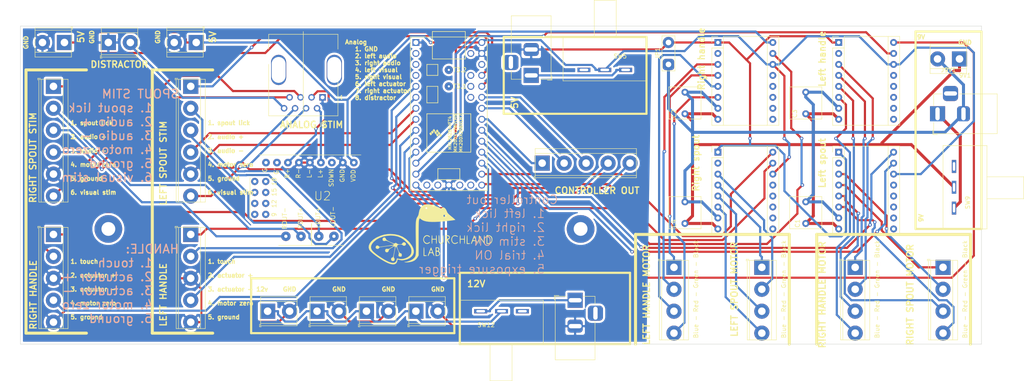
<source format=kicad_pcb>
(kicad_pcb (version 20171130) (host pcbnew 5.1.6)
  (layers (0 F.Cu signal) (31 B.Cu signal) (34 B.Paste user) (35 F.Paste user) (36 B.SilkS user) (37 F.SilkS user) (38 B.Mask user) (39 F.Mask user) (44 Edge.Cuts user))
  (net 0 "")
  (net 1 +12V)
  (net 2 GND)
  (net 3 +5V)
  (net 4 GND1)
  (net 5 +9V)
  (net 6 "Net-(J2-Pad8)")
  (net 7 "Net-(HandleL-ToMotor1-Pad4)")
  (net 8 "Net-(HandleL-ToMotor1-Pad3)")
  (net 9 "Net-(HandleL-ToMotor1-Pad2)")
  (net 10 "Net-(HandleL-ToMotor1-Pad1)")
  (net 11 "Net-(HandleR-ToMotor1-Pad4)")
  (net 12 "Net-(HandleR-ToMotor1-Pad3)")
  (net 13 "Net-(HandleR-ToMotor1-Pad2)")
  (net 14 "Net-(HandleR-ToMotor1-Pad1)")
  (net 15 "Net-(J2-Pad6)")
  (net 16 "Net-(J2-Pad2)")
  (net 17 "Net-(J2-Pad7)")
  (net 18 "Net-(J2-Pad4)")
  (net 19 "Net-(J2-Pad5)")
  (net 20 "Net-(J2-Pad3)")
  (net 21 "Net-(MC-LeverL1-Pad16)")
  (net 22 "Net-(MC-LeverL1-Pad15)")
  (net 23 "Net-(MC-LeverL1-Pad13)")
  (net 24 "Net-(MC-LeverL1-Pad12)")
  (net 25 "Net-(MC-LeverL1-Pad11)")
  (net 26 "Net-(MC-LeverL1-Pad10)")
  (net 27 "Net-(MC-LeverL1-Pad2)")
  (net 28 "Net-(MC-LeverL1-Pad9)")
  (net 29 "Net-(MC-LeverR1-Pad16)")
  (net 30 "Net-(MC-LeverR1-Pad15)")
  (net 31 "Net-(MC-LeverR1-Pad13)")
  (net 32 "Net-(MC-LeverR1-Pad12)")
  (net 33 "Net-(MC-LeverR1-Pad11)")
  (net 34 "Net-(MC-LeverR1-Pad10)")
  (net 35 "Net-(MC-LeverR1-Pad2)")
  (net 36 "Net-(MC-LeverR1-Pad9)")
  (net 37 "Net-(MC-SpoutL1-Pad16)")
  (net 38 "Net-(MC-SpoutL1-Pad15)")
  (net 39 "Net-(MC-SpoutL1-Pad6)")
  (net 40 "Net-(MC-SpoutL1-Pad13)")
  (net 41 "Net-(MC-SpoutL1-Pad5)")
  (net 42 "Net-(MC-SpoutL1-Pad12)")
  (net 43 "Net-(MC-SpoutL1-Pad4)")
  (net 44 "Net-(MC-SpoutL1-Pad11)")
  (net 45 "Net-(MC-SpoutL1-Pad3)")
  (net 46 "Net-(MC-SpoutL1-Pad10)")
  (net 47 "Net-(MC-SpoutL1-Pad2)")
  (net 48 "Net-(MC-SpoutL1-Pad9)")
  (net 49 "Net-(MC-SpoutR1-Pad16)")
  (net 50 "Net-(MC-SpoutR1-Pad15)")
  (net 51 "Net-(MC-SpoutR1-Pad6)")
  (net 52 "Net-(MC-SpoutR1-Pad13)")
  (net 53 "Net-(MC-SpoutR1-Pad5)")
  (net 54 "Net-(MC-SpoutR1-Pad12)")
  (net 55 "Net-(MC-SpoutR1-Pad4)")
  (net 56 "Net-(MC-SpoutR1-Pad11)")
  (net 57 "Net-(MC-SpoutR1-Pad3)")
  (net 58 "Net-(MC-SpoutR1-Pad10)")
  (net 59 "Net-(MC-SpoutR1-Pad2)")
  (net 60 "Net-(MC-SpoutR1-Pad9)")
  (net 61 "Net-(SoundVisionL1-Pad4)")
  (net 62 "Net-(SoundVisionL1-Pad3)")
  (net 63 "Net-(SoundVisionL1-Pad2)")
  (net 64 "Net-(SoundVisionL1-Pad1)")
  (net 65 "Net-(SoundVisionR1-Pad4)")
  (net 66 "Net-(SoundVisionR1-Pad3)")
  (net 67 "Net-(SoundVisionR1-Pad2)")
  (net 68 "Net-(SoundVisionR1-Pad1)")
  (net 69 "Net-(U1-Pad5)")
  (net 70 "Net-(U1-Pad6)")
  (net 71 "Net-(U1-Pad28)")
  (net 72 "Net-(U1-Pad27)")
  (net 73 "Net-(U1-Pad26)")
  (net 74 "Net-(ToHandleL1-Pad4)")
  (net 75 "Net-(ToHandleL1-Pad1)")
  (net 76 "Net-(ToHandleR1-Pad4)")
  (net 77 "Net-(ToHandleR1-Pad1)")
  (net 78 "Net-(U1-Pad2)")
  (net 79 "Net-(U1-Pad3)")
  (net 80 "Net-(U1-Pad4)")
  (net 81 "Net-(U1-Pad37)")
  (net 82 "Net-(U1-Pad36)")
  (net 83 "Net-(U1-Pad35)")
  (net 84 "Net-(U1-Pad34)")
  (net 85 "Net-(U1-Pad31)")
  (net 86 "Net-(U1-Pad15)")
  (net 87 "Net-(U1-Pad16)")
  (net 88 "Net-(U1-Pad19)")
  (net 89 "Net-(U1-Pad18)")
  (net 90 "Net-(U2-Pad9)")
  (net 91 "Net-(U2-Pad8)")
  (net 92 "Net-(U2-Pad3)")
  (net 93 "Net-(12V1-Pad1)")
  (net 94 "Net-(5V1-Pad1)")
  (net 95 "Net-(9V1-Pad1)")
  (module MountingHole:MountingHole_3.2mm_M3_Pad (layer F.Cu) (at 34.29 76.2)
    (fp_text reference mount1 hide)
    (fp_text value MountingHole_3.2mm_M3_Pad)
    (pad 1 thru_hole circle (at 0 0) (size 6.4 6.4) (drill 3.2) (layers *.Cu *.Mask))
  )
  (module MountingHole:MountingHole_3.2mm_M3_Pad (layer F.Cu) (at 143.51 76.2)
    (fp_text reference mount2 hide)
    (fp_text value MountingHole_3.2mm_M3_Pad)
    (pad 1 thru_hole circle (at 0 0) (size 6.4 6.4) (drill 3.2) (layers *.Cu *.Mask))
  )
  (module TestPoint:TestPoint_2Pads_Pitch5.08mm_Drill1.3mm (layer F.Cu) (at 163.83 38.1 90)
    (fp_text reference JP1 (at 2.54 -2.5 90) (layer F.SilkS))
    (fp_text value "gnd jumper")
    (pad 2 thru_hole circle (at 5.08 0 90) (size 2.6 2.6) (drill 1.3) (layers *.Cu *.Mask) (net 2 GND))
    (pad 1 thru_hole roundrect (at 0 0 90) (size 2.6 2.6) (drill 1.3) (layers *.Cu *.Mask) (net 4 GND1))
  )
  (module Module:Pololu_Breakout-16_15.2x20.3mm (layer F.Cu) (at 203.2 33.02)
    (fp_text reference MC-LeverR1 hide)
    (fp_text value Pololu_Breakout_DRV8825)
    (pad 16 thru_hole oval (at 12.7 0) (size 1.6 1.6) (drill 0.8) (layers *.Cu *.Mask) (net 29 "Net-(MC-LeverR1-Pad16)"))
    (pad 8 thru_hole oval (at 0 17.78) (size 1.6 1.6) (drill 0.8) (layers *.Cu *.Mask) (net 5 +9V))
    (pad 15 thru_hole oval (at 12.7 2.54) (size 1.6 1.6) (drill 0.8) (layers *.Cu *.Mask) (net 30 "Net-(MC-LeverR1-Pad15)"))
    (pad 7 thru_hole oval (at 0 15.24) (size 1.6 1.6) (drill 0.8) (layers *.Cu *.Mask) (net 4 GND1))
    (pad 14 thru_hole oval (at 12.7 5.08) (size 1.6 1.6) (drill 0.8) (layers *.Cu *.Mask) (net 3 +5V))
    (pad 6 thru_hole oval (at 0 12.7) (size 1.6 1.6) (drill 0.8) (layers *.Cu *.Mask) (net 11 "Net-(HandleR-ToMotor1-Pad4)"))
    (pad 13 thru_hole oval (at 12.7 7.62) (size 1.6 1.6) (drill 0.8) (layers *.Cu *.Mask) (net 31 "Net-(MC-LeverR1-Pad13)"))
    (pad 5 thru_hole oval (at 0 10.16) (size 1.6 1.6) (drill 0.8) (layers *.Cu *.Mask) (net 12 "Net-(HandleR-ToMotor1-Pad3)"))
    (pad 12 thru_hole oval (at 12.7 10.16) (size 1.6 1.6) (drill 0.8) (layers *.Cu *.Mask) (net 32 "Net-(MC-LeverR1-Pad12)"))
    (pad 4 thru_hole oval (at 0 7.62) (size 1.6 1.6) (drill 0.8) (layers *.Cu *.Mask) (net 14 "Net-(HandleR-ToMotor1-Pad1)"))
    (pad 11 thru_hole oval (at 12.7 12.7) (size 1.6 1.6) (drill 0.8) (layers *.Cu *.Mask) (net 33 "Net-(MC-LeverR1-Pad11)"))
    (pad 3 thru_hole oval (at 0 5.08) (size 1.6 1.6) (drill 0.8) (layers *.Cu *.Mask) (net 13 "Net-(HandleR-ToMotor1-Pad2)"))
    (pad 10 thru_hole oval (at 12.7 15.24) (size 1.6 1.6) (drill 0.8) (layers *.Cu *.Mask) (net 34 "Net-(MC-LeverR1-Pad10)"))
    (pad 2 thru_hole oval (at 0 2.54) (size 1.6 1.6) (drill 0.8) (layers *.Cu *.Mask) (net 35 "Net-(MC-LeverR1-Pad2)"))
    (pad 9 thru_hole oval (at 12.7 17.78) (size 1.6 1.6) (drill 0.8) (layers *.Cu *.Mask) (net 36 "Net-(MC-LeverR1-Pad9)"))
    (pad 1 thru_hole rect (at 0 0) (size 1.6 1.6) (drill 0.8) (layers *.Cu *.Mask) (net 2 GND))
  )
  (module Module:Pololu_Breakout-16_15.2x20.3mm (layer F.Cu) (at 203.2 58.42)
    (fp_text reference MC-SpoutR1 hide)
    (fp_text value Pololu_Breakout_DRV8825)
    (pad 16 thru_hole oval (at 12.7 0) (size 1.6 1.6) (drill 0.8) (layers *.Cu *.Mask) (net 49 "Net-(MC-SpoutR1-Pad16)"))
    (pad 8 thru_hole oval (at 0 17.78) (size 1.6 1.6) (drill 0.8) (layers *.Cu *.Mask) (net 5 +9V))
    (pad 15 thru_hole oval (at 12.7 2.54) (size 1.6 1.6) (drill 0.8) (layers *.Cu *.Mask) (net 50 "Net-(MC-SpoutR1-Pad15)"))
    (pad 7 thru_hole oval (at 0 15.24) (size 1.6 1.6) (drill 0.8) (layers *.Cu *.Mask) (net 4 GND1))
    (pad 14 thru_hole oval (at 12.7 5.08) (size 1.6 1.6) (drill 0.8) (layers *.Cu *.Mask) (net 3 +5V))
    (pad 6 thru_hole oval (at 0 12.7) (size 1.6 1.6) (drill 0.8) (layers *.Cu *.Mask) (net 51 "Net-(MC-SpoutR1-Pad6)"))
    (pad 13 thru_hole oval (at 12.7 7.62) (size 1.6 1.6) (drill 0.8) (layers *.Cu *.Mask) (net 52 "Net-(MC-SpoutR1-Pad13)"))
    (pad 5 thru_hole oval (at 0 10.16) (size 1.6 1.6) (drill 0.8) (layers *.Cu *.Mask) (net 53 "Net-(MC-SpoutR1-Pad5)"))
    (pad 12 thru_hole oval (at 12.7 10.16) (size 1.6 1.6) (drill 0.8) (layers *.Cu *.Mask) (net 54 "Net-(MC-SpoutR1-Pad12)"))
    (pad 4 thru_hole oval (at 0 7.62) (size 1.6 1.6) (drill 0.8) (layers *.Cu *.Mask) (net 55 "Net-(MC-SpoutR1-Pad4)"))
    (pad 11 thru_hole oval (at 12.7 12.7) (size 1.6 1.6) (drill 0.8) (layers *.Cu *.Mask) (net 56 "Net-(MC-SpoutR1-Pad11)"))
    (pad 3 thru_hole oval (at 0 5.08) (size 1.6 1.6) (drill 0.8) (layers *.Cu *.Mask) (net 57 "Net-(MC-SpoutR1-Pad3)"))
    (pad 10 thru_hole oval (at 12.7 15.24) (size 1.6 1.6) (drill 0.8) (layers *.Cu *.Mask) (net 58 "Net-(MC-SpoutR1-Pad10)"))
    (pad 2 thru_hole oval (at 0 2.54) (size 1.6 1.6) (drill 0.8) (layers *.Cu *.Mask) (net 59 "Net-(MC-SpoutR1-Pad2)"))
    (pad 9 thru_hole oval (at 12.7 17.78) (size 1.6 1.6) (drill 0.8) (layers *.Cu *.Mask) (net 60 "Net-(MC-SpoutR1-Pad9)"))
    (pad 1 thru_hole rect (at 0 0) (size 1.6 1.6) (drill 0.8) (layers *.Cu *.Mask) (net 2 GND))
  )
  (module Module:Pololu_Breakout-16_15.2x20.3mm (layer F.Cu) (at 175.26 58.42)
    (fp_text reference MC-SpoutL1 hide)
    (fp_text value Pololu_Breakout_DRV8825)
    (pad 16 thru_hole oval (at 12.7 0) (size 1.6 1.6) (drill 0.8) (layers *.Cu *.Mask) (net 37 "Net-(MC-SpoutL1-Pad16)"))
    (pad 8 thru_hole oval (at 0 17.78) (size 1.6 1.6) (drill 0.8) (layers *.Cu *.Mask) (net 5 +9V))
    (pad 15 thru_hole oval (at 12.7 2.54) (size 1.6 1.6) (drill 0.8) (layers *.Cu *.Mask) (net 38 "Net-(MC-SpoutL1-Pad15)"))
    (pad 7 thru_hole oval (at 0 15.24) (size 1.6 1.6) (drill 0.8) (layers *.Cu *.Mask) (net 4 GND1))
    (pad 14 thru_hole oval (at 12.7 5.08) (size 1.6 1.6) (drill 0.8) (layers *.Cu *.Mask) (net 3 +5V))
    (pad 6 thru_hole oval (at 0 12.7) (size 1.6 1.6) (drill 0.8) (layers *.Cu *.Mask) (net 39 "Net-(MC-SpoutL1-Pad6)"))
    (pad 13 thru_hole oval (at 12.7 7.62) (size 1.6 1.6) (drill 0.8) (layers *.Cu *.Mask) (net 40 "Net-(MC-SpoutL1-Pad13)"))
    (pad 5 thru_hole oval (at 0 10.16) (size 1.6 1.6) (drill 0.8) (layers *.Cu *.Mask) (net 41 "Net-(MC-SpoutL1-Pad5)"))
    (pad 12 thru_hole oval (at 12.7 10.16) (size 1.6 1.6) (drill 0.8) (layers *.Cu *.Mask) (net 42 "Net-(MC-SpoutL1-Pad12)"))
    (pad 4 thru_hole oval (at 0 7.62) (size 1.6 1.6) (drill 0.8) (layers *.Cu *.Mask) (net 43 "Net-(MC-SpoutL1-Pad4)"))
    (pad 11 thru_hole oval (at 12.7 12.7) (size 1.6 1.6) (drill 0.8) (layers *.Cu *.Mask) (net 44 "Net-(MC-SpoutL1-Pad11)"))
    (pad 3 thru_hole oval (at 0 5.08) (size 1.6 1.6) (drill 0.8) (layers *.Cu *.Mask) (net 45 "Net-(MC-SpoutL1-Pad3)"))
    (pad 10 thru_hole oval (at 12.7 15.24) (size 1.6 1.6) (drill 0.8) (layers *.Cu *.Mask) (net 46 "Net-(MC-SpoutL1-Pad10)"))
    (pad 2 thru_hole oval (at 0 2.54) (size 1.6 1.6) (drill 0.8) (layers *.Cu *.Mask) (net 47 "Net-(MC-SpoutL1-Pad2)"))
    (pad 9 thru_hole oval (at 12.7 17.78) (size 1.6 1.6) (drill 0.8) (layers *.Cu *.Mask) (net 48 "Net-(MC-SpoutL1-Pad9)"))
    (pad 1 thru_hole rect (at 0 0) (size 1.6 1.6) (drill 0.8) (layers *.Cu *.Mask) (net 2 GND))
  )
  (module Module:Pololu_Breakout-16_15.2x20.3mm (layer F.Cu) (at 175.26 33.02)
    (fp_text reference MC-LeverL1 hide)
    (fp_text value Pololu_Breakout_DRV8825)
    (pad 16 thru_hole oval (at 12.7 0) (size 1.6 1.6) (drill 0.8) (layers *.Cu *.Mask) (net 21 "Net-(MC-LeverL1-Pad16)"))
    (pad 8 thru_hole oval (at 0 17.78) (size 1.6 1.6) (drill 0.8) (layers *.Cu *.Mask) (net 5 +9V))
    (pad 15 thru_hole oval (at 12.7 2.54) (size 1.6 1.6) (drill 0.8) (layers *.Cu *.Mask) (net 22 "Net-(MC-LeverL1-Pad15)"))
    (pad 7 thru_hole oval (at 0 15.24) (size 1.6 1.6) (drill 0.8) (layers *.Cu *.Mask) (net 4 GND1))
    (pad 14 thru_hole oval (at 12.7 5.08) (size 1.6 1.6) (drill 0.8) (layers *.Cu *.Mask) (net 3 +5V))
    (pad 6 thru_hole oval (at 0 12.7) (size 1.6 1.6) (drill 0.8) (layers *.Cu *.Mask) (net 7 "Net-(HandleL-ToMotor1-Pad4)"))
    (pad 13 thru_hole oval (at 12.7 7.62) (size 1.6 1.6) (drill 0.8) (layers *.Cu *.Mask) (net 23 "Net-(MC-LeverL1-Pad13)"))
    (pad 5 thru_hole oval (at 0 10.16) (size 1.6 1.6) (drill 0.8) (layers *.Cu *.Mask) (net 8 "Net-(HandleL-ToMotor1-Pad3)"))
    (pad 12 thru_hole oval (at 12.7 10.16) (size 1.6 1.6) (drill 0.8) (layers *.Cu *.Mask) (net 24 "Net-(MC-LeverL1-Pad12)"))
    (pad 4 thru_hole oval (at 0 7.62) (size 1.6 1.6) (drill 0.8) (layers *.Cu *.Mask) (net 10 "Net-(HandleL-ToMotor1-Pad1)"))
    (pad 11 thru_hole oval (at 12.7 12.7) (size 1.6 1.6) (drill 0.8) (layers *.Cu *.Mask) (net 25 "Net-(MC-LeverL1-Pad11)"))
    (pad 3 thru_hole oval (at 0 5.08) (size 1.6 1.6) (drill 0.8) (layers *.Cu *.Mask) (net 9 "Net-(HandleL-ToMotor1-Pad2)"))
    (pad 10 thru_hole oval (at 12.7 15.24) (size 1.6 1.6) (drill 0.8) (layers *.Cu *.Mask) (net 26 "Net-(MC-LeverL1-Pad10)"))
    (pad 2 thru_hole oval (at 0 2.54) (size 1.6 1.6) (drill 0.8) (layers *.Cu *.Mask) (net 27 "Net-(MC-LeverL1-Pad2)"))
    (pad 9 thru_hole oval (at 12.7 17.78) (size 1.6 1.6) (drill 0.8) (layers *.Cu *.Mask) (net 28 "Net-(MC-LeverL1-Pad9)"))
    (pad 1 thru_hole rect (at 0 0) (size 1.6 1.6) (drill 0.8) (layers *.Cu *.Mask) (net 2 GND))
  )
  (module teensy:SW_L102021ML04Q (layer F.Cu) (at 115.57 92.71)
    (fp_text reference SW12 (at 6.096 5.715) (layer F.SilkS))
    (fp_text value SW12V)
    (pad 3 thru_hole custom (at 14.475 2.54) (size 3 1) (drill oval 2.03 0.55) (layers *.Cu *.Mask) (options (clearance outline) (anchor rect)) (primitives))
    (pad 2 thru_hole custom (at 9.65 2.54) (size 3 1) (drill oval 2.03 0.55) (layers *.Cu *.Mask) (net 1 +12V) (options (clearance outline) (anchor rect)) (primitives))
    (pad 1 thru_hole custom (at 4.825 2.54) (size 3 1) (drill oval 2.03 0.55) (layers *.Cu *.Mask) (net 93 "Net-(12V1-Pad1)") (options (clearance outline) (anchor rect)) (primitives))
  )
  (module teensy:SW_L102021ML04Q (layer F.Cu) (at 227.33 76.2 90)
    (fp_text reference SW9 (at 6.096 5.715 90) (layer F.SilkS))
    (fp_text value SW9V)
    (pad 3 thru_hole custom (at 14.475 2.54 90) (size 3 1) (drill oval 2.03 0.55) (layers *.Cu *.Mask) (options (clearance outline) (anchor rect)) (primitives))
    (pad 2 thru_hole custom (at 9.65 2.54 90) (size 3 1) (drill oval 2.03 0.55) (layers *.Cu *.Mask) (net 5 +9V) (options (clearance outline) (anchor rect)) (primitives))
    (pad 1 thru_hole custom (at 4.825 2.54 90) (size 3 1) (drill oval 2.03 0.55) (layers *.Cu *.Mask) (net 95 "Net-(9V1-Pad1)") (options (clearance outline) (anchor rect)) (primitives))
  )
  (module teensy:SW_L102021ML04Q (layer F.Cu) (at 158.75 41.91 180)
    (fp_text reference SW5 (at 6.096 5.715) (layer F.SilkS))
    (fp_text value SW5V)
    (pad 3 thru_hole custom (at 14.475 2.54 180) (size 3 1) (drill oval 2.03 0.55) (layers *.Cu *.Mask) (options (clearance outline) (anchor rect)) (primitives))
    (pad 2 thru_hole custom (at 9.65 2.54 180) (size 3 1) (drill oval 2.03 0.55) (layers *.Cu *.Mask) (net 3 +5V) (options (clearance outline) (anchor rect)) (primitives))
    (pad 1 thru_hole custom (at 4.825 2.54 180) (size 3 1) (drill oval 2.03 0.55) (layers *.Cu *.Mask) (net 94 "Net-(5V1-Pad1)") (options (clearance outline) (anchor rect)) (primitives))
  )
  (module teensy:churchland_lab_logo (layer F.Cu) (at 109.22 77.47)
    (fp_text reference G*** hide)
    (fp_text value LOGO hide)
  )
  (module teensy:Teensy30_31_32_LC (layer F.Cu) (at 113.03 49.53 270)
    (fp_text reference U1 hide)
    (fp_text value Teensy3.2 hide)
    (fp_text user MK20DX128VLH5 (at 4.445 -1.524 90) (layer F.SilkS) (effects (font (size 0.7 0.7))))
    (fp_text user MKL26Z64VFT4 (at 4.445 -0.254 90) (layer F.SilkS) (effects (font (size 0.7 0.7))))
    (fp_text user MK20DX256VLH7 (at 4.445 -2.794 90) (layer F.SilkS) (effects (font (size 0.7 0.7))))
    (fp_text user T3.1 (at -6.35 -2.54) (layer F.SilkS))
    (fp_text user T3.2 (at -10.16 -2.54) (layer F.SilkS))
    (pad 52 thru_hole circle (at -10.16 0 270) (size 1.9 1.9) (drill 0.5) (layers *.Cu *.Mask))
    (pad 52 thru_hole circle (at -6.35 0 270) (size 1.9 1.9) (drill 0.5) (layers *.Cu *.Mask))
    (pad 1 thru_hole rect (at -16.51 7.62 270) (size 1.6 1.6) (drill 1.1) (layers *.Cu *.Mask) (net 2 GND))
    (pad 2 thru_hole circle (at -13.97 7.62 270) (size 1.6 1.6) (drill 1.1) (layers *.Cu *.Mask) (net 78 "Net-(U1-Pad2)"))
    (pad 3 thru_hole circle (at -11.43 7.62 270) (size 1.6 1.6) (drill 1.1) (layers *.Cu *.Mask) (net 79 "Net-(U1-Pad3)"))
    (pad 4 thru_hole circle (at -8.89 7.62 270) (size 1.6 1.6) (drill 1.1) (layers *.Cu *.Mask) (net 80 "Net-(U1-Pad4)"))
    (pad 5 thru_hole circle (at -6.35 7.62 270) (size 1.6 1.6) (drill 1.1) (layers *.Cu *.Mask) (net 69 "Net-(U1-Pad5)"))
    (pad 6 thru_hole circle (at -3.81 7.62 270) (size 1.6 1.6) (drill 1.1) (layers *.Cu *.Mask) (net 70 "Net-(U1-Pad6)"))
    (pad 7 thru_hole circle (at -1.27 7.62 270) (size 1.6 1.6) (drill 1.1) (layers *.Cu *.Mask) (net 61 "Net-(SoundVisionL1-Pad4)"))
    (pad 8 thru_hole circle (at 1.27 7.62 270) (size 1.6 1.6) (drill 1.1) (layers *.Cu *.Mask) (net 65 "Net-(SoundVisionR1-Pad4)"))
    (pad 9 thru_hole circle (at 3.81 7.62 270) (size 1.6 1.6) (drill 1.1) (layers *.Cu *.Mask) (net 74 "Net-(ToHandleL1-Pad4)"))
    (pad 10 thru_hole circle (at 6.35 7.62 270) (size 1.6 1.6) (drill 1.1) (layers *.Cu *.Mask) (net 76 "Net-(ToHandleR1-Pad4)"))
    (pad 11 thru_hole circle (at 8.89 7.62 270) (size 1.6 1.6) (drill 1.1) (layers *.Cu *.Mask) (net 22 "Net-(MC-LeverL1-Pad15)"))
    (pad 12 thru_hole circle (at 11.43 7.62 270) (size 1.6 1.6) (drill 1.1) (layers *.Cu *.Mask) (net 21 "Net-(MC-LeverL1-Pad16)"))
    (pad 13 thru_hole circle (at 13.97 7.62 270) (size 1.6 1.6) (drill 1.1) (layers *.Cu *.Mask) (net 30 "Net-(MC-LeverR1-Pad15)"))
    (pad 37 thru_hole circle (at -3.81 -5.08 270) (size 1.6 1.6) (drill 1.1) (layers *.Cu *.Mask) (net 81 "Net-(U1-Pad37)"))
    (pad 36 thru_hole circle (at -6.35 -5.08 270) (size 1.6 1.6) (drill 1.1) (layers *.Cu *.Mask) (net 82 "Net-(U1-Pad36)"))
    (pad 35 thru_hole circle (at -8.89 -5.08 270) (size 1.6 1.6) (drill 1.1) (layers *.Cu *.Mask) (net 83 "Net-(U1-Pad35)"))
    (pad 34 thru_hole circle (at -13.97 -5.08 270) (size 1.6 1.6) (drill 1.1) (layers *.Cu *.Mask) (net 84 "Net-(U1-Pad34)"))
    (pad 33 thru_hole circle (at -16.51 -7.62 270) (size 1.6 1.6) (drill 1.1) (layers *.Cu *.Mask) (net 3 +5V))
    (pad 32 thru_hole circle (at -13.97 -7.62 270) (size 1.6 1.6) (drill 1.1) (layers *.Cu *.Mask) (net 2 GND))
    (pad 31 thru_hole circle (at -11.43 -7.62 270) (size 1.6 1.6) (drill 1.1) (layers *.Cu *.Mask) (net 85 "Net-(U1-Pad31)"))
    (pad 30 thru_hole circle (at -8.89 -7.62 270) (size 1.6 1.6) (drill 1.1) (layers *.Cu *.Mask) (net 68 "Net-(SoundVisionR1-Pad1)"))
    (pad 29 thru_hole circle (at -6.35 -7.62 270) (size 1.6 1.6) (drill 1.1) (layers *.Cu *.Mask) (net 64 "Net-(SoundVisionL1-Pad1)"))
    (pad 28 thru_hole circle (at -3.81 -7.62 270) (size 1.6 1.6) (drill 1.1) (layers *.Cu *.Mask) (net 71 "Net-(U1-Pad28)"))
    (pad 27 thru_hole circle (at -1.27 -7.62 270) (size 1.6 1.6) (drill 1.1) (layers *.Cu *.Mask) (net 72 "Net-(U1-Pad27)"))
    (pad 26 thru_hole circle (at 1.27 -7.62 270) (size 1.6 1.6) (drill 1.1) (layers *.Cu *.Mask) (net 73 "Net-(U1-Pad26)"))
    (pad 25 thru_hole circle (at 3.81 -7.62 270) (size 1.6 1.6) (drill 1.1) (layers *.Cu *.Mask) (net 49 "Net-(MC-SpoutR1-Pad16)"))
    (pad 24 thru_hole circle (at 6.35 -7.62 270) (size 1.6 1.6) (drill 1.1) (layers *.Cu *.Mask) (net 50 "Net-(MC-SpoutR1-Pad15)"))
    (pad 23 thru_hole circle (at 8.89 -7.62 270) (size 1.6 1.6) (drill 1.1) (layers *.Cu *.Mask) (net 77 "Net-(ToHandleR1-Pad1)"))
    (pad 22 thru_hole circle (at 11.43 -7.62 270) (size 1.6 1.6) (drill 1.1) (layers *.Cu *.Mask) (net 75 "Net-(ToHandleL1-Pad1)"))
    (pad 21 thru_hole circle (at 13.97 -7.62 270) (size 1.6 1.6) (drill 1.1) (layers *.Cu *.Mask) (net 37 "Net-(MC-SpoutL1-Pad16)"))
    (pad 14 thru_hole circle (at 16.51 7.62 270) (size 1.6 1.6) (drill 1.1) (layers *.Cu *.Mask) (net 29 "Net-(MC-LeverR1-Pad16)"))
    (pad 15 thru_hole circle (at 16.51 5.08 270) (size 1.6 1.6) (drill 1.1) (layers *.Cu *.Mask) (net 86 "Net-(U1-Pad15)"))
    (pad 16 thru_hole circle (at 16.51 2.54 270) (size 1.6 1.6) (drill 1.1) (layers *.Cu *.Mask) (net 87 "Net-(U1-Pad16)"))
    (pad 20 thru_hole circle (at 16.51 -7.62 270) (size 1.6 1.6) (drill 1.1) (layers *.Cu *.Mask) (net 38 "Net-(MC-SpoutL1-Pad15)"))
    (pad 19 thru_hole circle (at 16.51 -5.08 270) (size 1.6 1.6) (drill 1.1) (layers *.Cu *.Mask) (net 88 "Net-(U1-Pad19)"))
    (pad 18 thru_hole circle (at 16.51 -2.54 270) (size 1.6 1.6) (drill 1.1) (layers *.Cu *.Mask) (net 89 "Net-(U1-Pad18)"))
    (pad 17 thru_hole circle (at 16.51 0 270) (size 1.6 1.6) (drill 1.1) (layers *.Cu *.Mask) (net 2 GND))
  )
  (module teensy:TerminalBlock_TE_282825-5_1x05_P5.08mm_Horizontal (layer F.Cu) (at 21.59 77.47 270)
    (fp_text reference ToHandleR1 hide)
    (fp_text value Screw_Terminal_01x05)
    (pad 5 thru_hole circle (at 20.32 0 270) (size 3.5 3.5) (drill 1.75) (layers *.Cu *.Mask) (net 2 GND))
    (pad 4 thru_hole circle (at 15.24 0 270) (size 3.5 3.5) (drill 1.75) (layers *.Cu *.Mask) (net 76 "Net-(ToHandleR1-Pad4)"))
    (pad 3 thru_hole circle (at 10.16 0 270) (size 3.5 3.5) (drill 1.75) (layers *.Cu *.Mask) (net 2 GND))
    (pad 2 thru_hole circle (at 5.08 0 270) (size 3.5 3.5) (drill 1.75) (layers *.Cu *.Mask) (net 17 "Net-(J2-Pad7)"))
    (pad 1 thru_hole rect (at 0 0 270) (size 3.5 3.5) (drill 1.75) (layers *.Cu *.Mask) (net 77 "Net-(ToHandleR1-Pad1)"))
  )
  (module teensy:TerminalBlock_TE_282825-5_1x05_P5.08mm_Horizontal (layer F.Cu) (at 53.34 77.47 270)
    (fp_text reference ToHandleL1 hide)
    (fp_text value Screw_Terminal_01x05)
    (pad 5 thru_hole circle (at 20.32 0 270) (size 3.5 3.5) (drill 1.75) (layers *.Cu *.Mask) (net 2 GND))
    (pad 4 thru_hole circle (at 15.24 0 270) (size 3.5 3.5) (drill 1.75) (layers *.Cu *.Mask) (net 74 "Net-(ToHandleL1-Pad4)"))
    (pad 3 thru_hole circle (at 10.16 0 270) (size 3.5 3.5) (drill 1.75) (layers *.Cu *.Mask) (net 2 GND))
    (pad 2 thru_hole circle (at 5.08 0 270) (size 3.5 3.5) (drill 1.75) (layers *.Cu *.Mask) (net 15 "Net-(J2-Pad6)"))
    (pad 1 thru_hole rect (at 0 0 270) (size 3.5 3.5) (drill 1.75) (layers *.Cu *.Mask) (net 75 "Net-(ToHandleL1-Pad1)"))
  )
  (module teensy:TerminalBlock_TE_282825-5_1x05_P5.08mm_Horizontal (layer F.Cu) (at 134.62 60.96)
    (fp_text reference sync_trigger_out1 hide)
    (fp_text value Screw_Terminal_01x05)
    (pad 5 thru_hole circle (at 20.32 0) (size 3.5 3.5) (drill 1.75) (layers *.Cu *.Mask) (net 69 "Net-(U1-Pad5)"))
    (pad 4 thru_hole circle (at 15.24 0) (size 3.5 3.5) (drill 1.75) (layers *.Cu *.Mask) (net 70 "Net-(U1-Pad6)"))
    (pad 3 thru_hole circle (at 10.16 0) (size 3.5 3.5) (drill 1.75) (layers *.Cu *.Mask) (net 71 "Net-(U1-Pad28)"))
    (pad 2 thru_hole circle (at 5.08 0) (size 3.5 3.5) (drill 1.75) (layers *.Cu *.Mask) (net 72 "Net-(U1-Pad27)"))
    (pad 1 thru_hole rect (at 0 0) (size 3.5 3.5) (drill 1.75) (layers *.Cu *.Mask) (net 73 "Net-(U1-Pad26)"))
  )
  (module teensy:TerminalBlock_TE_282825-4_1x04_P5.08mm_Horizontal (layer F.Cu) (at 227.33 85.09 270)
    (fp_text reference SpoutR-ToMotor1 hide)
    (fp_text value Screw_Terminal_01x04)
    (pad 4 thru_hole circle (at 15.24 0 270) (size 3.5 3.5) (drill 1.75) (layers *.Cu *.Mask) (net 51 "Net-(MC-SpoutR1-Pad6)"))
    (pad 3 thru_hole circle (at 10.16 0 270) (size 3.5 3.5) (drill 1.75) (layers *.Cu *.Mask) (net 53 "Net-(MC-SpoutR1-Pad5)"))
    (pad 2 thru_hole circle (at 5.08 0 270) (size 3.5 3.5) (drill 1.75) (layers *.Cu *.Mask) (net 57 "Net-(MC-SpoutR1-Pad3)"))
    (pad 1 thru_hole rect (at 0 0 270) (size 3.5 3.5) (drill 1.75) (layers *.Cu *.Mask) (net 55 "Net-(MC-SpoutR1-Pad4)"))
  )
  (module teensy:TerminalBlock_TE_282825-4_1x04_P5.08mm_Horizontal (layer F.Cu) (at 185.42 85.09 270)
    (fp_text reference SpoutL-ToMotor1 hide)
    (fp_text value Screw_Terminal_01x04)
    (pad 4 thru_hole circle (at 15.24 0 270) (size 3.5 3.5) (drill 1.75) (layers *.Cu *.Mask) (net 39 "Net-(MC-SpoutL1-Pad6)"))
    (pad 3 thru_hole circle (at 10.16 0 270) (size 3.5 3.5) (drill 1.75) (layers *.Cu *.Mask) (net 41 "Net-(MC-SpoutL1-Pad5)"))
    (pad 2 thru_hole circle (at 5.08 0 270) (size 3.5 3.5) (drill 1.75) (layers *.Cu *.Mask) (net 45 "Net-(MC-SpoutL1-Pad3)"))
    (pad 1 thru_hole rect (at 0 0 270) (size 3.5 3.5) (drill 1.75) (layers *.Cu *.Mask) (net 43 "Net-(MC-SpoutL1-Pad4)"))
  )
  (module teensy:TerminalBlock_TE_282825-6_1x06_P5.08mm_Horizontal (layer F.Cu) (at 21.59 43.18 270)
    (fp_text reference SoundVisionR1 hide)
    (fp_text value Screw_Terminal_01x06)
    (pad 6 thru_hole circle (at 25.4 0 270) (size 3.5 3.5) (drill 1.75) (layers *.Cu *.Mask) (net 19 "Net-(J2-Pad5)"))
    (pad 5 thru_hole circle (at 20.32 0 270) (size 3.5 3.5) (drill 1.75) (layers *.Cu *.Mask) (net 2 GND))
    (pad 4 thru_hole circle (at 15.24 0 270) (size 3.5 3.5) (drill 1.75) (layers *.Cu *.Mask) (net 65 "Net-(SoundVisionR1-Pad4)"))
    (pad 3 thru_hole circle (at 10.16 0 270) (size 3.5 3.5) (drill 1.75) (layers *.Cu *.Mask) (net 66 "Net-(SoundVisionR1-Pad3)"))
    (pad 2 thru_hole circle (at 5.08 0 270) (size 3.5 3.5) (drill 1.75) (layers *.Cu *.Mask) (net 67 "Net-(SoundVisionR1-Pad2)"))
    (pad 1 thru_hole rect (at 0 0 270) (size 3.5 3.5) (drill 1.75) (layers *.Cu *.Mask) (net 68 "Net-(SoundVisionR1-Pad1)"))
  )
  (module teensy:TerminalBlock_TE_282825-6_1x06_P5.08mm_Horizontal (layer F.Cu) (at 53.34 43.18 270)
    (fp_text reference SoundVisionL1 hide)
    (fp_text value Screw_Terminal_01x06)
    (pad 6 thru_hole circle (at 25.4 0 270) (size 3.5 3.5) (drill 1.75) (layers *.Cu *.Mask) (net 18 "Net-(J2-Pad4)"))
    (pad 5 thru_hole circle (at 20.32 0 270) (size 3.5 3.5) (drill 1.75) (layers *.Cu *.Mask) (net 2 GND))
    (pad 4 thru_hole circle (at 15.24 0 270) (size 3.5 3.5) (drill 1.75) (layers *.Cu *.Mask) (net 61 "Net-(SoundVisionL1-Pad4)"))
    (pad 3 thru_hole circle (at 10.16 0 270) (size 3.5 3.5) (drill 1.75) (layers *.Cu *.Mask) (net 62 "Net-(SoundVisionL1-Pad3)"))
    (pad 2 thru_hole circle (at 5.08 0 270) (size 3.5 3.5) (drill 1.75) (layers *.Cu *.Mask) (net 63 "Net-(SoundVisionL1-Pad2)"))
    (pad 1 thru_hole rect (at 0 0 270) (size 3.5 3.5) (drill 1.75) (layers *.Cu *.Mask) (net 64 "Net-(SoundVisionL1-Pad1)"))
  )
  (module teensy:TerminalBlock_TE_282825-2_1x02_P5.08mm_Horizontal (layer F.Cu) (at 231.14 36.83 180)
    (fp_text reference J9V1 (at 2.54 -2.54) (layer F.SilkS))
    (fp_text value Screw_Terminal_01x02)
    (pad 2 thru_hole circle (at 5.08 0 180) (size 3.5 3.5) (drill 1.75) (layers *.Cu *.Mask) (net 4 GND1))
    (pad 1 thru_hole rect (at 0 0 180) (size 3.5 3.5) (drill 1.75) (layers *.Cu *.Mask) (net 5 +9V))
  )
  (module teensy:TerminalBlock_TE_282825-2_1x02_P5.08mm_Horizontal (layer F.Cu) (at 54.61 33.02 180)
    (fp_text reference J5V2 hide)
    (fp_text value Screw_Terminal_01x02)
    (pad 2 thru_hole circle (at 5.08 0 180) (size 3.5 3.5) (drill 1.75) (layers *.Cu *.Mask) (net 2 GND))
    (pad 1 thru_hole rect (at 0 0 180) (size 3.5 3.5) (drill 1.75) (layers *.Cu *.Mask) (net 3 +5V))
  )
  (module teensy:TerminalBlock_TE_282825-2_1x02_P5.08mm_Horizontal (layer F.Cu) (at 24.13 33.02 180)
    (fp_text reference J5V1 hide)
    (fp_text value Screw_Terminal_01x02)
    (pad 2 thru_hole circle (at 5.08 0 180) (size 3.5 3.5) (drill 1.75) (layers *.Cu *.Mask) (net 2 GND))
    (pad 1 thru_hole rect (at 0 0 180) (size 3.5 3.5) (drill 1.75) (layers *.Cu *.Mask) (net 3 +5V))
  )
  (module teensy:TerminalBlock_TE_282825-2_1x02_P5.08mm_Horizontal (layer F.Cu) (at 71.12 95.25)
    (fp_text reference J12V4 hide)
    (fp_text value Screw_Terminal_01x02)
    (pad 2 thru_hole circle (at 5.08 0) (size 3.5 3.5) (drill 1.75) (layers *.Cu *.Mask) (net 2 GND))
    (pad 1 thru_hole rect (at 0 0) (size 3.5 3.5) (drill 1.75) (layers *.Cu *.Mask) (net 1 +12V))
  )
  (module teensy:TerminalBlock_TE_282825-2_1x02_P5.08mm_Horizontal (layer F.Cu) (at 105.41 95.25)
    (fp_text reference J12V3 hide)
    (fp_text value Screw_Terminal_01x02 hide)
    (pad 2 thru_hole circle (at 5.08 0) (size 3.5 3.5) (drill 1.75) (layers *.Cu *.Mask) (net 2 GND))
    (pad 1 thru_hole rect (at 0 0) (size 3.5 3.5) (drill 1.75) (layers *.Cu *.Mask) (net 1 +12V))
  )
  (module teensy:TerminalBlock_TE_282825-2_1x02_P5.08mm_Horizontal (layer F.Cu) (at 93.98 95.25)
    (fp_text reference J12V2 hide)
    (fp_text value Screw_Terminal_01x02)
    (pad 2 thru_hole circle (at 5.08 0) (size 3.5 3.5) (drill 1.75) (layers *.Cu *.Mask) (net 2 GND))
    (pad 1 thru_hole rect (at 0 0) (size 3.5 3.5) (drill 1.75) (layers *.Cu *.Mask) (net 1 +12V))
  )
  (module teensy:TerminalBlock_TE_282825-2_1x02_P5.08mm_Horizontal (layer F.Cu) (at 82.55 95.25)
    (fp_text reference J12V1 hide)
    (fp_text value Screw_Terminal_01x02)
    (pad 2 thru_hole circle (at 5.08 0) (size 3.5 3.5) (drill 1.75) (layers *.Cu *.Mask) (net 2 GND))
    (pad 1 thru_hole rect (at 0 0) (size 3.5 3.5) (drill 1.75) (layers *.Cu *.Mask) (net 1 +12V))
  )
  (module teensy:RJ45_sparkfun (layer F.Cu) (at 83.82 45.72 180)
    (fp_text reference J2 (at 0 -6.35) (layer F.SilkS))
    (fp_text value RJ45)
    (pad 6 thru_hole circle (at 6.35 -2.54) (size 1.5 1.5) (drill 0.9) (layers *.Cu *.Mask) (net 15 "Net-(J2-Pad6)"))
    (pad 8 thru_hole circle (at 8.89 -2.54) (size 1.5 1.5) (drill 0.9) (layers *.Cu *.Mask) (net 6 "Net-(J2-Pad8)"))
    (pad SH thru_hole oval (at -2.73 6.35 180) (size 3.5 7) (drill oval 3.2 6) (layers *.Cu *.Mask))
    (pad 2 thru_hole circle (at 1.27 -2.54) (size 1.5 1.5) (drill 0.9) (layers *.Cu *.Mask) (net 16 "Net-(J2-Pad2)"))
    (pad 1 thru_hole rect (at 0 0) (size 1.5 1.5) (drill 0.9) (layers *.Cu *.Mask) (net 2 GND))
    (pad 7 thru_hole circle (at 7.62 0) (size 1.5 1.5) (drill 0.9) (layers *.Cu *.Mask) (net 17 "Net-(J2-Pad7)"))
    (pad 4 thru_hole circle (at 3.81 -2.54) (size 1.5 1.5) (drill 0.9) (layers *.Cu *.Mask) (net 18 "Net-(J2-Pad4)"))
    (pad 5 thru_hole circle (at 5.08 0) (size 1.5 1.5) (drill 0.9) (layers *.Cu *.Mask) (net 19 "Net-(J2-Pad5)"))
    (pad 3 thru_hole circle (at 2.54 0) (size 1.5 1.5) (drill 0.9) (layers *.Cu *.Mask) (net 20 "Net-(J2-Pad3)"))
    (pad SH thru_hole oval (at 10.16 6.35) (size 3.5 7) (drill oval 3.2 6) (layers *.Cu *.Mask))
  )
  (module teensy:TerminalBlock_TE_282825-4_1x04_P5.08mm_Horizontal (layer F.Cu) (at 207.01 85.09 270)
    (fp_text reference HandleR-ToMotor1 hide)
    (fp_text value Screw_Terminal_01x04)
    (pad 4 thru_hole circle (at 15.24 0 270) (size 3.5 3.5) (drill 1.75) (layers *.Cu *.Mask) (net 11 "Net-(HandleR-ToMotor1-Pad4)"))
    (pad 3 thru_hole circle (at 10.16 0 270) (size 3.5 3.5) (drill 1.75) (layers *.Cu *.Mask) (net 12 "Net-(HandleR-ToMotor1-Pad3)"))
    (pad 2 thru_hole circle (at 5.08 0 270) (size 3.5 3.5) (drill 1.75) (layers *.Cu *.Mask) (net 13 "Net-(HandleR-ToMotor1-Pad2)"))
    (pad 1 thru_hole rect (at 0 0 270) (size 3.5 3.5) (drill 1.75) (layers *.Cu *.Mask) (net 14 "Net-(HandleR-ToMotor1-Pad1)"))
  )
  (module teensy:TerminalBlock_TE_282825-4_1x04_P5.08mm_Horizontal (layer F.Cu) (at 165.1 85.09 270)
    (fp_text reference HandleL-ToMotor1 hide)
    (fp_text value Screw_Terminal_01x04)
    (pad 4 thru_hole circle (at 15.24 0 270) (size 3.5 3.5) (drill 1.75) (layers *.Cu *.Mask) (net 7 "Net-(HandleL-ToMotor1-Pad4)"))
    (pad 3 thru_hole circle (at 10.16 0 270) (size 3.5 3.5) (drill 1.75) (layers *.Cu *.Mask) (net 8 "Net-(HandleL-ToMotor1-Pad3)"))
    (pad 2 thru_hole circle (at 5.08 0 270) (size 3.5 3.5) (drill 1.75) (layers *.Cu *.Mask) (net 9 "Net-(HandleL-ToMotor1-Pad2)"))
    (pad 1 thru_hole rect (at 0 0 270) (size 3.5 3.5) (drill 1.75) (layers *.Cu *.Mask) (net 10 "Net-(HandleL-ToMotor1-Pad1)"))
  )
  (module teensy:TerminalBlock_TE_282825-2_1x02_P5.08mm_Horizontal (layer F.Cu) (at 34.29 33.02)
    (fp_text reference distractor1 hide)
    (fp_text value Screw_Terminal_01x02)
    (pad 2 thru_hole circle (at 5.08 0) (size 3.5 3.5) (drill 1.75) (layers *.Cu *.Mask) (net 6 "Net-(J2-Pad8)"))
    (pad 1 thru_hole rect (at 0 0) (size 3.5 3.5) (drill 1.75) (layers *.Cu *.Mask) (net 2 GND))
  )
  (module Capacitor_THT:C_Rect_L7.2mm_W7.2mm_P5.00mm_FKS2_FKP2_MKS2_MKP2 (layer F.Cu) (at 167.64 74.93 90)
    (fp_text reference C4 (at 0 -2.54 90) (layer F.SilkS))
    (fp_text value "100 uF")
    (pad 2 thru_hole circle (at 5 0 90) (size 1.6 1.6) (drill 0.8) (layers *.Cu *.Mask) (net 4 GND1))
    (pad 1 thru_hole circle (at 0 0 90) (size 1.6 1.6) (drill 0.8) (layers *.Cu *.Mask) (net 5 +9V))
  )
  (module Capacitor_THT:C_Rect_L7.2mm_W7.2mm_P5.00mm_FKS2_FKP2_MKS2_MKP2 (layer F.Cu) (at 195.58 49.53 90)
    (fp_text reference C3 (at 0 -2.54 90) (layer F.SilkS))
    (fp_text value "100 uF")
    (pad 2 thru_hole circle (at 5 0 90) (size 1.6 1.6) (drill 0.8) (layers *.Cu *.Mask) (net 4 GND1))
    (pad 1 thru_hole circle (at 0 0 90) (size 1.6 1.6) (drill 0.8) (layers *.Cu *.Mask) (net 5 +9V))
  )
  (module Capacitor_THT:C_Rect_L7.2mm_W7.2mm_P5.00mm_FKS2_FKP2_MKS2_MKP2 (layer F.Cu) (at 167.64 49.53 90)
    (fp_text reference C2 (at 0 -2.54 90) (layer F.SilkS))
    (fp_text value "100 uF")
    (pad 2 thru_hole circle (at 5 0 90) (size 1.6 1.6) (drill 0.8) (layers *.Cu *.Mask) (net 4 GND1))
    (pad 1 thru_hole circle (at 0 0 90) (size 1.6 1.6) (drill 0.8) (layers *.Cu *.Mask) (net 5 +9V))
  )
  (module Capacitor_THT:C_Rect_L7.2mm_W7.2mm_P5.00mm_FKS2_FKP2_MKS2_MKP2 (layer F.Cu) (at 195.58 74.93 90)
    (fp_text reference C1 (at 0 -1.905 90) (layer F.SilkS))
    (fp_text value "100 uF")
    (pad 2 thru_hole circle (at 5 0 90) (size 1.6 1.6) (drill 0.8) (layers *.Cu *.Mask) (net 4 GND1))
    (pad 1 thru_hole circle (at 0 0 90) (size 1.6 1.6) (drill 0.8) (layers *.Cu *.Mask) (net 5 +9V))
  )
  (module Connector_BarrelJack:BarrelJack_Horizontal (layer F.Cu) (at 226.06 49.53 180)
    (fp_text reference 9V1 (at -6.35 8.89) (layer F.SilkS))
    (fp_text value 9V)
    (pad 3 thru_hole roundrect (at -3 4.7 180) (size 3.5 3.5) (drill oval 3 1) (layers *.Cu *.Mask))
    (pad 2 thru_hole roundrect (at -6 0 180) (size 3 3.5) (drill oval 1 3) (layers *.Cu *.Mask) (net 4 GND1))
    (pad 1 thru_hole rect (at 0 0 180) (size 3.5 3.5) (drill oval 1 3) (layers *.Cu *.Mask) (net 95 "Net-(9V1-Pad1)"))
  )
  (module Connector_BarrelJack:BarrelJack_Horizontal (layer F.Cu) (at 132.08 40.64 270)
    (fp_text reference 5V1 hide)
    (fp_text value 5V)
    (pad 3 thru_hole roundrect (at -3 4.7 270) (size 3.5 3.5) (drill oval 3 1) (layers *.Cu *.Mask))
    (pad 2 thru_hole roundrect (at -6 0 270) (size 3 3.5) (drill oval 1 3) (layers *.Cu *.Mask) (net 2 GND))
    (pad 1 thru_hole rect (at 0 0 270) (size 3.5 3.5) (drill oval 1 3) (layers *.Cu *.Mask) (net 94 "Net-(5V1-Pad1)"))
  )
  (module Connector_BarrelJack:BarrelJack_Horizontal (layer F.Cu) (at 142.24 92.71 90)
    (fp_text reference 12V1 hide)
    (fp_text value 12V)
    (pad 3 thru_hole roundrect (at -3 4.7 90) (size 3.5 3.5) (drill oval 3 1) (layers *.Cu *.Mask))
    (pad 2 thru_hole roundrect (at -6 0 90) (size 3 3.5) (drill oval 1 3) (layers *.Cu *.Mask) (net 2 GND))
    (pad 1 thru_hole rect (at 0 0 90) (size 3.5 3.5) (drill oval 1 3) (layers *.Cu *.Mask) (net 93 "Net-(12V1-Pad1)"))
  )
  (module spatialsparrow:MAX98306 (layer F.Cu) (at 95.25 58.42 270)
    (fp_text reference U2 (at 10.16 11.43) (layer F.SilkS) (effects (font (size 2 2))))
    (fp_text value MAX98306)
    (fp_text user 9 (at 14.478 22.606 90) (layer F.SilkS))
    (fp_text user 12 (at 11.938 22.606 90) (layer F.SilkS))
    (fp_text user 15 (at 9.271 22.606 90) (layer F.SilkS))
    (fp_text user 18 (at 6.858 22.606 90) (layer F.SilkS) (effects (font (thickness 0.15) italic)))
    (fp_text user ROUT- (at 15.367 20.193 90) (layer F.SilkS))
    (fp_text user ROUT+ (at 15.24 16.51 90) (layer F.SilkS))
    (fp_text user LOUT+ (at 15.113 12.446 90) (layer F.SilkS))
    (fp_text user LOUT- (at 14.986 9.017 90) (layer F.SilkS))
    (fp_text user G (at 4.191 24.765 90) (layer F.SilkS))
    (fp_text user G' (at 4.445 22.098 90) (layer F.SilkS))
    (fp_text user R+ (at 4.953 19.558 90) (layer F.SilkS))
    (fp_text user R- (at 4.953 17.018 90) (layer F.SilkS))
    (fp_text user L- (at 4.953 14.478 90) (layer F.SilkS))
    (fp_text user L+ (at 4.953 11.938 90) (layer F.SilkS))
    (fp_text user SDWN (at 5.969 9.398 90) (layer F.SilkS))
    (fp_text user GND (at 5.461 6.858 90) (layer F.SilkS))
    (fp_text user VDD (at 5.461 4.318 90) (layer F.SilkS))
    (pad 21 thru_hole circle (at 14.4018 27.1018 270) (size 1.6764 1.6764) (drill 0.762) (layers *.Cu *.Mask))
    (pad 20 thru_hole circle (at 14.4018 24.5618 270) (size 1.6764 1.6764) (drill 0.762) (layers *.Cu *.Mask))
    (pad 19 thru_hole circle (at 11.8618 27.1018 270) (size 1.6764 1.6764) (drill 0.762) (layers *.Cu *.Mask))
    (pad 18 thru_hole circle (at 11.8618 24.5618 270) (size 1.6764 1.6764) (drill 0.762) (layers *.Cu *.Mask))
    (pad 17 thru_hole circle (at 9.3218 27.1018 270) (size 1.6764 1.6764) (drill 0.762) (layers *.Cu *.Mask))
    (pad 16 thru_hole circle (at 9.3218 24.5618 270) (size 1.6764 1.6764) (drill 0.762) (layers *.Cu *.Mask))
    (pad 15 thru_hole circle (at 6.7818 27.1018 270) (size 1.6764 1.6764) (drill 0.762) (layers *.Cu *.Mask))
    (pad 14 thru_hole circle (at 6.7818 24.5618 270) (size 1.6764 1.6764) (drill 0.762) (layers *.Cu *.Mask))
    (pad 13 thru_hole circle (at 19.4818 19.9118 270) (size 2.1844 2.1844) (drill 0.762) (layers *.Cu *.Mask) (net 66 "Net-(SoundVisionR1-Pad3)"))
    (pad 12 thru_hole circle (at 19.4818 16.4118 270) (size 2.1844 2.1844) (drill 0.762) (layers *.Cu *.Mask) (net 67 "Net-(SoundVisionR1-Pad2)"))
    (pad 11 thru_hole circle (at 19.4818 12.2918 270) (size 2.1844 2.1844) (drill 0.762) (layers *.Cu *.Mask) (net 63 "Net-(SoundVisionL1-Pad2)"))
    (pad 10 thru_hole circle (at 19.4818 8.79179 270) (size 2.1844 2.1844) (drill 0.762) (layers *.Cu *.Mask) (net 62 "Net-(SoundVisionL1-Pad3)"))
    (pad 9 thru_hole circle (at 2.413 24.511 270) (size 1.778 1.778) (drill 0.762) (layers *.Cu *.Mask) (net 90 "Net-(U2-Pad9)"))
    (pad 8 thru_hole circle (at 2.413 21.971 270) (size 1.778 1.778) (drill 0.762) (layers *.Cu *.Mask) (net 91 "Net-(U2-Pad8)"))
    (pad 7 thru_hole circle (at 2.413 19.431 270) (size 1.778 1.778) (drill 0.762) (layers *.Cu *.Mask) (net 20 "Net-(J2-Pad3)"))
    (pad 6 thru_hole circle (at 2.413 16.891 270) (size 1.778 1.778) (drill 0.762) (layers *.Cu *.Mask) (net 2 GND))
    (pad 5 thru_hole circle (at 2.413 14.351) (size 1.778 1.778) (drill 0.762) (layers *.Cu *.Mask) (net 2 GND))
    (pad 4 thru_hole circle (at 2.413 11.811 270) (size 1.778 1.778) (drill 0.762) (layers *.Cu *.Mask) (net 16 "Net-(J2-Pad2)"))
    (pad 3 thru_hole circle (at 2.413 9.271 270) (size 1.778 1.778) (drill 0.762) (layers *.Cu *.Mask) (net 92 "Net-(U2-Pad3)"))
    (pad 2 thru_hole circle (at 2.413 6.731 270) (size 1.778 1.778) (drill 0.762) (layers *.Cu *.Mask) (net 2 GND))
    (pad 1 thru_hole circle (at 2.413 4.191 270) (size 1.778 1.778) (drill 0.762) (layers *.Cu *.Mask) (net 3 +5V))
  )
  (gr_line (start 236.22 29.21) (end 236.22 102.87) (layer Edge.Cuts) (width 0.1))
  (gr_line (start 13.97 29.21) (end 236.22 29.21) (layer Edge.Cuts) (width 0.1))
  (gr_line (start 13.97 102.87) (end 13.97 29.21) (layer Edge.Cuts) (width 0.1))
  (gr_line (start 236.22 102.87) (end 13.97 102.87) (layer Edge.Cuts) (width 0.1))
  (gr_line (start 191.77 77.47) (end 191.77 102.87) (layer F.SilkS) (width 0.7))
  (gr_line (start 191.77 77.47) (end 156.21 77.47) (layer F.SilkS) (width 0.7))
  (gr_line (start 156.21 102.87) (end 156.21 77.47) (layer F.SilkS) (width 0.7))
  (gr_line (start 15.24 100.33) (end 15.24 39.37) (layer F.SilkS) (width 0.7))
  (gr_line (start 15.24 39.37) (end 29.21 39.37) (layer F.SilkS) (width 0.7))
  (gr_line (start 29.21 100.33) (end 15.24 100.33) (layer F.SilkS) (width 0.7))
  (gr_text "Analog\n   1. GND\n   2. left audio\n   3. right audio\n   4. left visual\n   5. right visual\n   6. left actuator\n   7. right actuator\n   8. distractor\n" (at 88.9 39.37) (layer F.SilkS) (effects (font (size 1 1) (thickness 0.25)) (justify left)))
  (gr_text "1. touch\n\n2. actuator +\n\n3. actuator -\n\n4. motor zero\n\n5. ground" (at 25.4 90.17) (layer F.SilkS) (effects (font (size 1 1) (thickness 0.25)) (justify left)))
  (gr_text "1. touch\n\n2. actuator +\n\n3. actuator -\n\n4. motor zero\n\n5. ground" (at 57.15 90.17) (layer F.SilkS) (effects (font (size 1 1) (thickness 0.25)) (justify left)))
  (gr_text "RIGHT SPOUT STIM" (at 16.84528 59.69 90) (layer F.SilkS) (effects (font (size 1.5 1.5) (thickness 0.3))))
  (gr_text "1. spout lick\n\n2. audio +\n\n3. audio - \n\n4. motor zero\n\n5. ground\n\n6. visual stim" (at 57.15 59.69) (layer F.SilkS) (effects (font (size 1 1) (thickness 0.25)) (justify left)))
  (gr_text "1. spout lick\n\n2. audio +\n\n3. audio - \n\n4. motor zero\n\n5. ground\n\n6. visual stim" (at 25.4 59.69) (layer F.SilkS) (effects (font (size 1 1) (thickness 0.25)) (justify left)))
  (gr_text "Blue - Red - Green - Black" (at 190.5 90.17 90) (layer F.SilkS) (effects (font (size 1 1))))
  (gr_text "Blue - Red - Green - Black" (at 170.18 90.17 90) (layer F.SilkS) (effects (font (size 1 1))))
  (gr_text "Blue - Red - Green - Black" (at 232.41 90.17 90) (layer F.SilkS) (effects (font (size 1 1))))
  (gr_text "Blue - Red - Green - Black" (at 212.09 90.17 90) (layer F.SilkS) (effects (font (size 1 1))))
  (gr_text 9V (at 222.25 73.66 90) (layer F.SilkS) (effects (font (size 1 1) (thickness 0.25))))
  (gr_line (start 236.22 30.48) (end 220.98 30.48) (layer F.SilkS) (width 0.5))
  (gr_line (start 236.22 76.2) (end 236.22 30.48) (layer F.SilkS) (width 0.5))
  (gr_line (start 220.98 76.2) (end 236.22 76.2) (layer F.SilkS) (width 0.5))
  (gr_line (start 220.98 30.48) (end 220.98 76.2) (layer F.SilkS) (width 0.5))
  (gr_text GND (at 232.41 33.02) (layer F.SilkS) (effects (font (size 1 1) (thickness 0.25))))
  (gr_line (start 125.73 31.75) (end 125.73 49.53) (layer F.SilkS) (width 0.5))
  (gr_line (start 158.75 31.75) (end 125.73 31.75) (layer F.SilkS) (width 0.5))
  (gr_line (start 158.75 49.53) (end 158.75 31.75) (layer F.SilkS) (width 0.5))
  (gr_line (start 125.73 49.53) (end 158.75 49.53) (layer F.SilkS) (width 0.5))
  (gr_line (start 115.57 102.87) (end 115.57 86.36) (layer F.SilkS) (width 0.5))
  (gr_line (start 154.94 102.87) (end 115.57 102.87) (layer F.SilkS) (width 0.5))
  (gr_line (start 154.94 86.36) (end 154.94 102.87) (layer F.SilkS) (width 0.5))
  (gr_line (start 115.57 86.36) (end 154.94 86.36) (layer F.SilkS) (width 0.5))
  (gr_text GND (at 110.49 90.17) (layer F.SilkS) (effects (font (size 1 1) (thickness 0.25))))
  (gr_text GND (at 99.06 90.17) (layer F.SilkS) (effects (font (size 1 1) (thickness 0.25))))
  (gr_text GND (at 87.63 90.17) (layer F.SilkS) (effects (font (size 1 1) (thickness 0.25))))
  (gr_text GND (at 76.2 90.17) (layer F.SilkS) (effects (font (size 1 1) (thickness 0.25))))
  (gr_text GND (at 30.48 31.75 90) (layer F.SilkS) (effects (font (size 1 1) (thickness 0.25))))
  (gr_text GND (at 45.72 31.75 90) (layer F.SilkS) (effects (font (size 1 1) (thickness 0.25))))
  (gr_line (start 67.31 100.33) (end 67.31 87.63) (layer F.SilkS) (width 0.5))
  (gr_line (start 114.3 100.33) (end 67.31 100.33) (layer F.SilkS) (width 0.5))
  (gr_line (start 114.3 87.63) (end 114.3 100.33) (layer F.SilkS) (width 0.5))
  (gr_line (start 67.31 87.63) (end 114.3 87.63) (layer F.SilkS) (width 0.5))
  (gr_line (start 198.12 102.87) (end 198.12 77.47) (layer F.SilkS) (width 0.7))
  (gr_line (start 233.68 77.47) (end 198.12 77.47) (layer F.SilkS) (width 0.7))
  (gr_line (start 233.68 77.47) (end 233.68 102.87) (layer F.SilkS) (width 0.7))
  (gr_line (start 58.42 100.33) (end 44.45 100.33) (layer F.SilkS) (width 0.7))
  (gr_line (start 44.45 39.37) (end 58.42 39.37) (layer F.SilkS) (width 0.7))
  (gr_line (start 44.45 100.33) (end 44.45 39.37) (layer F.SilkS) (width 0.7))
  (gr_text 5V (at 58.42 31.75 90) (layer F.SilkS) (effects (font (size 1.5 1.5) (thickness 0.3))))
  (gr_text "Controller out\n  1. left lick\n  2. right lick\n  3. stim ON\n  4. trial ON\n  5. exposure trigger" (at 138.43 77.47) (layer B.SilkS) (effects (font (size 2 2) (thickness 0.2)) (justify left mirror)))
  (gr_text "CONTROLLER OUT" (at 147.32 67.31) (layer F.SilkS) (effects (font (size 1.5 1.5) (thickness 0.3))))
  (gr_text 5V (at 128.27 46.99 90) (layer F.SilkS) (effects (font (size 1.5 1.5) (thickness 0.3))))
  (gr_text 12V (at 119.38 88.9) (layer F.SilkS) (effects (font (size 1.5 1.5) (thickness 0.3))))
  (gr_text "ANALOG STIM" (at 81.28 52.07) (layer F.SilkS) (effects (font (size 1.5 1.5) (thickness 0.3))))
  (gr_text DISTRACTOR (at 36.83 38.1) (layer F.SilkS) (effects (font (size 1.5 1.5) (thickness 0.3))))
  (gr_text 5V (at 27.94 31.75 90) (layer F.SilkS) (effects (font (size 1.5 1.5) (thickness 0.3))))
  (gr_text "LEFT SPOUT STIM" (at 46.99 60.96 90) (layer F.SilkS) (effects (font (size 1.5 1.5) (thickness 0.3))))
  (gr_text "LEFT SPOUT MOTOR" (at 179.07 90.17 90) (layer F.SilkS) (effects (font (size 1.5 1.5) (thickness 0.3))))
  (gr_text "RIGHT SPOUT MOTOR" (at 219.71 91.44 90) (layer F.SilkS) (effects (font (size 1.5 1.5) (thickness 0.3))))
  (gr_text GND (at 15.24 33.02 90) (layer F.SilkS) (effects (font (size 1 1) (thickness 0.25))))
  (gr_text 9V (at 222.25 31.75) (layer F.SilkS) (effects (font (size 1 1) (thickness 0.25))))
  (gr_text 12v (at 69.85 90.17) (layer F.SilkS) (effects (font (size 1 1) (thickness 0.25))))
  (gr_text "LEFT HANDLE" (at 46.99 91.44 90) (layer F.SilkS) (effects (font (size 1.5 1.5) (thickness 0.3))))
  (gr_text "RIGHT HANDLE" (at 16.92656 91.44 90) (layer F.SilkS) (effects (font (size 1.5 1.5) (thickness 0.3))))
  (gr_text "LEFT HANDLE MOTOR\n" (at 158.75 91.44 90) (layer F.SilkS) (effects (font (size 1.5 1.5) (thickness 0.3))))
  (gr_text "RIGHT HANDLE MOTOR" (at 199.39 91.44 90) (layer F.SilkS) (effects (font (size 1.5 1.5) (thickness 0.3))))
  (gr_text "Left handle" (at 199.39 36.83 90) (layer F.SilkS) (effects (font (size 1.5 1.5) (thickness 0.3))))
  (gr_text "Right handle" (at 171.45 36.83 90) (layer F.SilkS) (effects (font (size 1.5 1.5) (thickness 0.3))))
  (gr_text "Left spout" (at 199.39 60.96 90) (layer F.SilkS) (effects (font (size 1.5 1.5) (thickness 0.3))))
  (gr_text "Right spout" (at 170.18 60.96 90) (layer F.SilkS) (effects (font (size 1.5 1.5) (thickness 0.3))))
  (gr_text "SPOUT STIM\n    1. spout lick\n    2. audio +\n    3. audio - \n    4. motor zero\n    5. ground\n    6. visual stim" (at 50.8 54.61) (layer B.SilkS) (effects (font (size 2 2) (thickness 0.3)) (justify left mirror)))
  (gr_text "HANDLE:\n    1. touch\n    2. actuator +\n    3. actuator -\n    4. motor zero\n    5. ground" (at 50.8 88.9) (layer B.SilkS) (effects (font (size 2 2) (thickness 0.3)) (justify left mirror)))
  (segment (start 104.3106 95.25) (end 106.7225 97.6619) (width 0.5) (layer B.Cu) (net 1))
  (segment (start 106.7225 97.6619) (end 122.8081 97.6619) (width 0.5) (layer B.Cu) (net 1))
  (segment (start 122.8081 97.6619) (end 125.22 95.25) (width 0.5) (layer B.Cu) (net 1))
  (segment (start 105.41 95.25) (end 104.3106 95.25) (width 0.5) (layer B.Cu) (net 1))
  (segment (start 104.2099 95.25) (end 103.0097 95.25) (width 0.5) (layer B.Cu) (net 1))
  (segment (start 104.2099 95.25) (end 104.3106 95.25) (width 0.5) (layer B.Cu) (net 1))
  (segment (start 93.4303 95.25) (end 95.8306 97.6503) (width 0.5) (layer B.Cu) (net 1))
  (segment (start 95.8306 97.6503) (end 100.6094 97.6503) (width 0.5) (layer B.Cu) (net 1))
  (segment (start 100.6094 97.6503) (end 103.0097 95.25) (width 0.5) (layer B.Cu) (net 1))
  (segment (start 93.4303 95.25) (end 92.8806 95.25) (width 0.5) (layer B.Cu) (net 1))
  (segment (start 93.98 95.25) (end 93.4303 95.25) (width 0.5) (layer B.Cu) (net 1))
  (segment (start 71.12 95.25) (end 73.5203 95.25) (width 0.5) (layer B.Cu) (net 1))
  (segment (start 82.55 95.25) (end 80.1497 95.25) (width 0.5) (layer B.Cu) (net 1))
  (segment (start 80.1497 95.25) (end 77.7494 97.6503) (width 0.5) (layer B.Cu) (net 1))
  (segment (start 77.7494 97.6503) (end 75.1704 97.6503) (width 0.5) (layer B.Cu) (net 1))
  (segment (start 75.1704 97.6503) (end 73.5203 96.0002) (width 0.5) (layer B.Cu) (net 1))
  (segment (start 73.5203 96.0002) (end 73.5203 95.25) (width 0.5) (layer B.Cu) (net 1))
  (segment (start 83.7111 95.25) (end 82.55 95.25) (width 0.5) (layer B.Cu) (net 1))
  (segment (start 83.7111 95.25) (end 84.9503 95.25) (width 0.5) (layer B.Cu) (net 1))
  (segment (start 92.7799 95.25) (end 91.5797 95.25) (width 0.5) (layer B.Cu) (net 1))
  (segment (start 92.7799 95.25) (end 92.8806 95.25) (width 0.5) (layer B.Cu) (net 1))
  (segment (start 84.9503 95.25) (end 84.9503 96.0001) (width 0.5) (layer B.Cu) (net 1))
  (segment (start 84.9503 96.0001) (end 86.6005 97.6503) (width 0.5) (layer B.Cu) (net 1))
  (segment (start 86.6005 97.6503) (end 89.1794 97.6503) (width 0.5) (layer B.Cu) (net 1))
  (segment (start 89.1794 97.6503) (end 91.5797 95.25) (width 0.5) (layer B.Cu) (net 1))
  (segment (start 78.359 60.833) (end 76.7967 62.3953) (width 0.5) (layer F.Cu) (net 2))
  (segment (start 76.7967 62.3953) (end 66.8761 62.3953) (width 0.5) (layer F.Cu) (net 2))
  (segment (start 66.8761 62.3953) (end 65.2368 60.756) (width 0.5) (layer F.Cu) (net 2))
  (segment (start 65.2368 60.756) (end 64.3667 60.756) (width 0.5) (layer F.Cu) (net 2))
  (segment (start 64.3667 60.756) (end 63.0901 62.0326) (width 0.5) (layer F.Cu) (net 2))
  (segment (start 63.0901 62.0326) (end 63.0901 62.0327) (width 0.5) (layer F.Cu) (net 2))
  (segment (start 63.0901 62.0327) (end 54.8073 62.0327) (width 0.5) (layer F.Cu) (net 2))
  (segment (start 54.8073 62.0327) (end 53.34 63.5) (width 0.5) (layer F.Cu) (net 2))
  (segment (start 163.83 33.02) (end 173.8097 33.02) (width 0.5) (layer F.Cu) (net 2))
  (segment (start 132.08 34.64) (end 162.21 34.64) (width 0.5) (layer F.Cu) (net 2))
  (segment (start 162.21 34.64) (end 163.83 33.02) (width 0.5) (layer F.Cu) (net 2))
  (segment (start 175.26 33.02) (end 173.8097 33.02) (width 0.5) (layer F.Cu) (net 2))
  (segment (start 114.6492 34.1096) (end 107.9499 34.1096) (width 0.5) (layer F.Cu) (net 2))
  (segment (start 107.9499 34.1096) (end 106.8603 33.02) (width 0.5) (layer F.Cu) (net 2))
  (segment (start 120.65 35.56) (end 119.1996 34.1096) (width 0.5) (layer F.Cu) (net 2))
  (segment (start 119.1996 34.1096) (end 114.6492 34.1096) (width 0.5) (layer F.Cu) (net 2))
  (segment (start 113.03 66.04) (end 114.6492 64.4208) (width 0.5) (layer F.Cu) (net 2))
  (segment (start 114.6492 64.4208) (end 114.6492 34.1096) (width 0.5) (layer F.Cu) (net 2))
  (segment (start 88.519 60.833) (end 90.1153 62.4293) (width 0.5) (layer F.Cu) (net 2))
  (segment (start 90.1153 62.4293) (end 99.3148 62.4293) (width 0.5) (layer F.Cu) (net 2))
  (segment (start 99.3148 62.4293) (end 104.3801 67.4946) (width 0.5) (layer F.Cu) (net 2))
  (segment (start 104.3801 67.4946) (end 111.5754 67.4946) (width 0.5) (layer F.Cu) (net 2))
  (segment (start 111.5754 67.4946) (end 113.03 66.04) (width 0.5) (layer F.Cu) (net 2))
  (segment (start 99.06 95.25) (end 96.6596 97.6504) (width 0.5) (layer F.Cu) (net 2))
  (segment (start 96.6596 97.6504) (end 90.0304 97.6504) (width 0.5) (layer F.Cu) (net 2))
  (segment (start 90.0304 97.6504) (end 87.63 95.25) (width 0.5) (layer F.Cu) (net 2))
  (segment (start 83.82 47.1203) (end 88.2382 51.5385) (width 0.5) (layer B.Cu) (net 2))
  (segment (start 88.2382 51.5385) (end 88.2382 60.833) (width 0.5) (layer B.Cu) (net 2))
  (segment (start 105.41 33.02) (end 106.8603 33.02) (width 0.5) (layer F.Cu) (net 2))
  (segment (start 181.8824 37.0402) (end 182.697 37.8549) (width 0.5) (layer F.Cu) (net 2))
  (segment (start 182.697 37.8549) (end 182.697 55.245) (width 0.5) (layer F.Cu) (net 2))
  (segment (start 176.7103 33.02) (end 177.8621 33.02) (width 0.5) (layer F.Cu) (net 2))
  (segment (start 177.8621 33.02) (end 181.8824 37.0402) (width 0.5) (layer F.Cu) (net 2))
  (segment (start 201.7497 33.02) (end 200.2994 31.5697) (width 0.5) (layer F.Cu) (net 2))
  (segment (start 200.2994 31.5697) (end 187.3529 31.5697) (width 0.5) (layer F.Cu) (net 2))
  (segment (start 187.3529 31.5697) (end 181.8824 37.0402) (width 0.5) (layer F.Cu) (net 2))
  (segment (start 182.697 56.9231) (end 176.0317 56.9231) (width 0.5) (layer B.Cu) (net 2))
  (segment (start 176.0317 56.9231) (end 175.26 57.6948) (width 0.5) (layer B.Cu) (net 2))
  (segment (start 203.2 58.42) (end 204.8986 60.1186) (width 0.5) (layer B.Cu) (net 2))
  (segment (start 204.8986 60.1186) (end 204.8986 76.8444) (width 0.5) (layer B.Cu) (net 2))
  (segment (start 204.8986 76.8444) (end 203.8383 77.9047) (width 0.5) (layer B.Cu) (net 2))
  (segment (start 203.8383 77.9047) (end 201.1402 77.9047) (width 0.5) (layer B.Cu) (net 2))
  (segment (start 201.1402 77.9047) (end 190.6472 67.4117) (width 0.5) (layer B.Cu) (net 2))
  (segment (start 190.6472 67.4117) (end 190.6472 58.9952) (width 0.5) (layer B.Cu) (net 2))
  (segment (start 190.6472 58.9952) (end 188.5751 56.9231) (width 0.5) (layer B.Cu) (net 2))
  (segment (start 188.5751 56.9231) (end 182.697 56.9231) (width 0.5) (layer B.Cu) (net 2))
  (segment (start 182.697 55.245) (end 182.697 56.9231) (width 0.5) (layer B.Cu) (net 2))
  (segment (start 110.49 95.25) (end 113.95 98.71) (width 0.5) (layer F.Cu) (net 2))
  (segment (start 113.95 98.71) (end 142.24 98.71) (width 0.5) (layer F.Cu) (net 2))
  (segment (start 55.7709 97.7106) (end 55.7709 90.0609) (width 0.5) (layer F.Cu) (net 2))
  (segment (start 55.7709 90.0609) (end 53.34 87.63) (width 0.5) (layer F.Cu) (net 2))
  (segment (start 53.34 97.79) (end 55.6915 97.79) (width 0.5) (layer F.Cu) (net 2))
  (segment (start 55.6915 97.79) (end 55.7709 97.7106) (width 0.5) (layer F.Cu) (net 2))
  (segment (start 55.7709 97.7106) (end 73.7394 97.7106) (width 0.5) (layer F.Cu) (net 2))
  (segment (start 73.7394 97.7106) (end 76.2 95.25) (width 0.5) (layer F.Cu) (net 2))
  (segment (start 203.2 33.02) (end 201.7497 33.02) (width 0.5) (layer F.Cu) (net 2))
  (segment (start 175.26 33.02) (end 176.7103 33.02) (width 0.5) (layer F.Cu) (net 2))
  (segment (start 113.03 66.04) (end 113.03 87.9092) (width 0.5) (layer B.Cu) (net 2))
  (segment (start 113.03 87.9092) (end 108.0896 92.8496) (width 0.5) (layer B.Cu) (net 2))
  (segment (start 19.05 35.4806) (end 18.2622 36.2684) (width 0.5) (layer B.Cu) (net 2))
  (segment (start 18.2622 36.2684) (end 18.2622 60.1722) (width 0.5) (layer B.Cu) (net 2))
  (segment (start 18.2622 60.1722) (end 21.59 63.5) (width 0.5) (layer B.Cu) (net 2))
  (segment (start 19.05 33.02) (end 19.05 35.4806) (width 0.5) (layer B.Cu) (net 2))
  (segment (start 19.05 35.4806) (end 29.4291 35.4806) (width 0.5) (layer B.Cu) (net 2))
  (segment (start 29.4291 35.4806) (end 31.8897 33.02) (width 0.5) (layer B.Cu) (net 2))
  (segment (start 34.29 33.02) (end 31.8897 33.02) (width 0.5) (layer B.Cu) (net 2))
  (segment (start 24.0516 87.63) (end 21.59 87.63) (width 0.5) (layer F.Cu) (net 2))
  (segment (start 53.34 87.63) (end 24.0516 87.63) (width 0.5) (layer F.Cu) (net 2))
  (segment (start 24.0516 87.63) (end 24.0516 95.3284) (width 0.5) (layer F.Cu) (net 2))
  (segment (start 24.0516 95.3284) (end 21.59 97.79) (width 0.5) (layer F.Cu) (net 2))
  (segment (start 120.65 35.56) (end 121.57 34.64) (width 0.5) (layer B.Cu) (net 2))
  (segment (start 121.57 34.64) (end 132.08 34.64) (width 0.5) (layer B.Cu) (net 2))
  (segment (start 108.0896 92.8496) (end 110.49 95.25) (width 0.5) (layer B.Cu) (net 2))
  (segment (start 99.06 95.25) (end 101.4604 92.8496) (width 0.5) (layer B.Cu) (net 2))
  (segment (start 101.4604 92.8496) (end 108.0896 92.8496) (width 0.5) (layer B.Cu) (net 2))
  (segment (start 87.63 95.25) (end 85.2296 92.8496) (width 0.5) (layer B.Cu) (net 2))
  (segment (start 85.2296 92.8496) (end 78.6004 92.8496) (width 0.5) (layer B.Cu) (net 2))
  (segment (start 78.6004 92.8496) (end 76.2 95.25) (width 0.5) (layer B.Cu) (net 2))
  (segment (start 80.899 60.833) (end 82.4386 62.3726) (width 0.5) (layer B.Cu) (net 2))
  (segment (start 82.4386 62.3726) (end 86.6986 62.3726) (width 0.5) (layer B.Cu) (net 2))
  (segment (start 86.6986 62.3726) (end 88.2382 60.833) (width 0.5) (layer B.Cu) (net 2))
  (segment (start 88.2382 60.833) (end 88.519 60.833) (width 0.5) (layer B.Cu) (net 2))
  (segment (start 83.82 45.72) (end 83.82 47.1203) (width 0.5) (layer B.Cu) (net 2))
  (segment (start 175.26 58.42) (end 175.26 57.6948) (width 0.5) (layer B.Cu) (net 2))
  (segment (start 21.59 63.5) (end 19.182 65.908) (width 0.5) (layer B.Cu) (net 2))
  (segment (start 19.182 65.908) (end 19.182 85.222) (width 0.5) (layer B.Cu) (net 2))
  (segment (start 19.182 85.222) (end 21.59 87.63) (width 0.5) (layer B.Cu) (net 2))
  (segment (start 34.29 33.02) (end 36.6903 33.02) (width 0.5) (layer B.Cu) (net 2))
  (segment (start 36.6903 33.02) (end 36.6903 32.2699) (width 0.5) (layer B.Cu) (net 2))
  (segment (start 36.6903 32.2699) (end 38.3406 30.6196) (width 0.5) (layer B.Cu) (net 2))
  (segment (start 38.3406 30.6196) (end 47.1296 30.6196) (width 0.5) (layer B.Cu) (net 2))
  (segment (start 47.1296 30.6196) (end 49.53 33.02) (width 0.5) (layer B.Cu) (net 2))
  (segment (start 80.899 60.833) (end 78.359 60.833) (width 0.5) (layer F.Cu) (net 2))
  (via (at 182.697 55.245) (size 0.8) (layers F.Cu B.Cu) (net 2))
  (segment (start 108.8151 33.02) (end 120.65 33.02) (width 0.5) (layer F.Cu) (net 3))
  (segment (start 89.6081 46.282) (end 104.3205 31.5696) (width 0.5) (layer B.Cu) (net 3))
  (segment (start 104.3205 31.5696) (end 107.3647 31.5696) (width 0.5) (layer B.Cu) (net 3))
  (segment (start 107.3647 31.5696) (end 108.8151 33.02) (width 0.5) (layer B.Cu) (net 3))
  (segment (start 91.059 60.833) (end 89.6081 59.3821) (width 0.5) (layer B.Cu) (net 3))
  (segment (start 89.6081 59.3821) (end 89.6081 46.282) (width 0.5) (layer B.Cu) (net 3))
  (segment (start 89.6081 46.282) (end 86.809 46.282) (width 0.5) (layer B.Cu) (net 3))
  (segment (start 86.809 46.282) (end 73.547 33.02) (width 0.5) (layer B.Cu) (net 3))
  (segment (start 73.547 33.02) (end 57.0103 33.02) (width 0.5) (layer B.Cu) (net 3))
  (segment (start 54.61 33.02) (end 57.0103 33.02) (width 0.5) (layer B.Cu) (net 3))
  (segment (start 24.13 33.02) (end 26.5303 33.02) (width 0.5) (layer F.Cu) (net 3))
  (segment (start 54.61 33.02) (end 52.2097 33.02) (width 0.5) (layer F.Cu) (net 3))
  (segment (start 52.2097 33.02) (end 52.2097 32.2699) (width 0.5) (layer F.Cu) (net 3))
  (segment (start 52.2097 32.2699) (end 50.5595 30.6197) (width 0.5) (layer F.Cu) (net 3))
  (segment (start 50.5595 30.6197) (end 28.9306 30.6197) (width 0.5) (layer F.Cu) (net 3))
  (segment (start 28.9306 30.6197) (end 26.5303 33.02) (width 0.5) (layer F.Cu) (net 3))
  (segment (start 149.1 39.37) (end 146.9497 39.37) (width 0.5) (layer B.Cu) (net 3))
  (segment (start 120.65 33.02) (end 121.1832 32.4868) (width 0.5) (layer B.Cu) (net 3))
  (segment (start 121.1832 32.4868) (end 134.3118 32.4868) (width 0.5) (layer B.Cu) (net 3))
  (segment (start 134.3118 32.4868) (end 140.0447 38.2197) (width 0.5) (layer B.Cu) (net 3))
  (segment (start 140.0447 38.2197) (end 146.0871 38.2197) (width 0.5) (layer B.Cu) (net 3))
  (segment (start 146.0871 38.2197) (end 146.9497 39.0823) (width 0.5) (layer B.Cu) (net 3))
  (segment (start 146.9497 39.0823) (end 146.9497 39.37) (width 0.5) (layer B.Cu) (net 3))
  (segment (start 187.96 38.1) (end 186.5097 38.1) (width 0.5) (layer B.Cu) (net 3))
  (segment (start 149.1 39.37) (end 153.4584 35.0116) (width 0.5) (layer B.Cu) (net 3))
  (segment (start 153.4584 35.0116) (end 167.565 35.0116) (width 0.5) (layer B.Cu) (net 3))
  (segment (start 167.565 35.0116) (end 171.0316 31.545) (width 0.5) (layer B.Cu) (net 3))
  (segment (start 171.0316 31.545) (end 179.9547 31.545) (width 0.5) (layer B.Cu) (net 3))
  (segment (start 179.9547 31.545) (end 186.5097 38.1) (width 0.5) (layer B.Cu) (net 3))
  (segment (start 191.7626 59.5501) (end 191.7626 59.6974) (width 0.5) (layer F.Cu) (net 3))
  (segment (start 191.7626 59.6974) (end 187.96 63.5) (width 0.5) (layer F.Cu) (net 3))
  (segment (start 190.6418 55.245) (end 191.7626 56.3658) (width 0.5) (layer B.Cu) (net 3))
  (segment (start 191.7626 56.3658) (end 191.7626 59.5501) (width 0.5) (layer B.Cu) (net 3))
  (segment (start 187.96 38.1) (end 190.6418 40.7818) (width 0.5) (layer F.Cu) (net 3))
  (segment (start 190.6418 40.7818) (end 190.6418 55.245) (width 0.5) (layer F.Cu) (net 3))
  (segment (start 189.4103 38.1) (end 195.9407 31.5696) (width 0.5) (layer B.Cu) (net 3))
  (segment (start 195.9407 31.5696) (end 207.9193 31.5696) (width 0.5) (layer B.Cu) (net 3))
  (segment (start 207.9193 31.5696) (end 214.4497 38.1) (width 0.5) (layer B.Cu) (net 3))
  (segment (start 215.9 38.1) (end 214.4497 38.1) (width 0.5) (layer B.Cu) (net 3))
  (segment (start 187.96 38.1) (end 189.4103 38.1) (width 0.5) (layer B.Cu) (net 3))
  (segment (start 215.9 38.1) (end 217.3503 38.1) (width 0.5) (layer B.Cu) (net 3))
  (segment (start 215.9 63.5) (end 222.1894 63.5) (width 0.5) (layer B.Cu) (net 3))
  (segment (start 222.1894 63.5) (end 234.4733 51.2161) (width 0.5) (layer B.Cu) (net 3))
  (segment (start 234.4733 51.2161) (end 234.4733 35.4017) (width 0.5) (layer B.Cu) (net 3))
  (segment (start 234.4733 35.4017) (end 233.2882 34.2166) (width 0.5) (layer B.Cu) (net 3))
  (segment (start 233.2882 34.2166) (end 221.2337 34.2166) (width 0.5) (layer B.Cu) (net 3))
  (segment (start 221.2337 34.2166) (end 217.3503 38.1) (width 0.5) (layer B.Cu) (net 3))
  (via (at 108.8151 33.02) (size 0.8) (layers F.Cu B.Cu) (net 3))
  (via (at 191.7626 59.5501) (size 0.8) (layers F.Cu B.Cu) (net 3))
  (via (at 190.6418 55.245) (size 0.8) (layers F.Cu B.Cu) (net 3))
  (segment (start 232.06 49.53) (end 232.06 42.83) (width 0.7) (layer B.Cu) (net 4))
  (segment (start 232.06 42.83) (end 226.06 36.83) (width 0.7) (layer B.Cu) (net 4))
  (segment (start 232.06 49.53) (end 227.77 53.82) (width 0.7) (layer B.Cu) (net 4))
  (segment (start 227.77 53.82) (end 197.33 53.82) (width 0.7) (layer B.Cu) (net 4))
  (segment (start 197.33 53.82) (end 169.39 53.82) (width 0.7) (layer B.Cu) (net 4))
  (segment (start 163.83 38.1) (end 163.83 48.31) (width 0.7) (layer B.Cu) (net 4))
  (segment (start 163.83 48.31) (end 169.34 53.82) (width 0.7) (layer B.Cu) (net 4))
  (segment (start 169.34 53.82) (end 169.39 53.82) (width 0.7) (layer B.Cu) (net 4))
  (segment (start 167.64 69.93) (end 167.64 62.73) (width 0.7) (layer B.Cu) (net 4))
  (segment (start 167.64 62.73) (end 169.39 60.98) (width 0.7) (layer B.Cu) (net 4))
  (segment (start 169.39 60.98) (end 169.39 53.82) (width 0.7) (layer B.Cu) (net 4))
  (segment (start 169.39 53.82) (end 169.39 46.28) (width 0.7) (layer B.Cu) (net 4))
  (segment (start 169.39 46.28) (end 167.64 44.53) (width 0.7) (layer B.Cu) (net 4))
  (segment (start 195.58 44.53) (end 195.58 45.6614) (width 0.7) (layer B.Cu) (net 4))
  (segment (start 195.58 45.6614) (end 197.33 47.4114) (width 0.7) (layer B.Cu) (net 4))
  (segment (start 197.33 47.4114) (end 197.33 53.82) (width 0.7) (layer B.Cu) (net 4))
  (segment (start 197.33 53.82) (end 197.33 68.18) (width 0.7) (layer B.Cu) (net 4))
  (segment (start 197.33 68.18) (end 195.58 69.93) (width 0.7) (layer B.Cu) (net 4))
  (segment (start 167.64 69.93) (end 171.53 69.93) (width 0.7) (layer B.Cu) (net 4))
  (segment (start 171.53 69.93) (end 175.26 73.66) (width 0.7) (layer B.Cu) (net 4))
  (segment (start 195.58 69.93) (end 199.47 69.93) (width 0.7) (layer B.Cu) (net 4))
  (segment (start 199.47 69.93) (end 203.2 73.66) (width 0.7) (layer B.Cu) (net 4))
  (segment (start 195.58 44.53) (end 199.47 44.53) (width 0.7) (layer B.Cu) (net 4))
  (segment (start 199.47 44.53) (end 203.2 48.26) (width 0.7) (layer B.Cu) (net 4))
  (segment (start 167.64 44.53) (end 171.53 44.53) (width 0.7) (layer B.Cu) (net 4))
  (segment (start 171.53 44.53) (end 175.26 48.26) (width 0.7) (layer B.Cu) (net 4))
  (segment (start 231.14 36.83) (end 231.14 39.5303) (width 0.7) (layer F.Cu) (net 5))
  (segment (start 213.2028 56.67) (end 213.2028 56.2745) (width 0.7) (layer F.Cu) (net 5))
  (segment (start 213.2028 56.2745) (end 229.947 39.5303) (width 0.7) (layer F.Cu) (net 5))
  (segment (start 229.947 39.5303) (end 231.14 39.5303) (width 0.7) (layer F.Cu) (net 5))
  (segment (start 213.2028 56.67) (end 219.99 56.67) (width 0.7) (layer F.Cu) (net 5))
  (segment (start 219.99 56.67) (end 229.87 66.55) (width 0.7) (layer F.Cu) (net 5))
  (segment (start 197.33 56.67) (end 213.2028 56.67) (width 0.7) (layer F.Cu) (net 5))
  (segment (start 169.39 56.67) (end 197.33 56.67) (width 0.7) (layer F.Cu) (net 5))
  (segment (start 197.33 56.67) (end 197.33 51.28) (width 0.7) (layer F.Cu) (net 5))
  (segment (start 197.33 51.28) (end 195.58 49.53) (width 0.7) (layer F.Cu) (net 5))
  (segment (start 169.39 56.67) (end 169.39 73.18) (width 0.7) (layer F.Cu) (net 5))
  (segment (start 169.39 73.18) (end 167.64 74.93) (width 0.7) (layer F.Cu) (net 5))
  (segment (start 167.64 49.53) (end 169.39 51.28) (width 0.7) (layer F.Cu) (net 5))
  (segment (start 169.39 51.28) (end 169.39 56.67) (width 0.7) (layer F.Cu) (net 5))
  (segment (start 195.58 74.93) (end 197.33 73.18) (width 0.7) (layer F.Cu) (net 5))
  (segment (start 197.33 73.18) (end 197.33 56.67) (width 0.7) (layer F.Cu) (net 5))
  (segment (start 195.58 74.93) (end 201.93 74.93) (width 0.7) (layer F.Cu) (net 5))
  (segment (start 201.93 74.93) (end 203.2 76.2) (width 0.7) (layer F.Cu) (net 5))
  (segment (start 167.64 74.93) (end 173.99 74.93) (width 0.7) (layer F.Cu) (net 5))
  (segment (start 173.99 74.93) (end 175.26 76.2) (width 0.7) (layer F.Cu) (net 5))
  (segment (start 167.64 49.53) (end 173.99 49.53) (width 0.7) (layer F.Cu) (net 5))
  (segment (start 173.99 49.53) (end 175.26 50.8) (width 0.7) (layer F.Cu) (net 5))
  (segment (start 195.58 49.53) (end 201.93 49.53) (width 0.7) (layer F.Cu) (net 5))
  (segment (start 201.93 49.53) (end 203.2 50.8) (width 0.7) (layer F.Cu) (net 5))
  (segment (start 74.93 48.26) (end 72.4827 45.8127) (width 0.5) (layer B.Cu) (net 6))
  (segment (start 72.4827 45.8127) (end 51.517 45.8127) (width 0.5) (layer B.Cu) (net 6))
  (segment (start 51.517 45.8127) (end 39.37 33.6657) (width 0.5) (layer B.Cu) (net 6))
  (segment (start 39.37 33.6657) (end 39.37 33.02) (width 0.5) (layer B.Cu) (net 6))
  (segment (start 173.8097 45.72) (end 169.1062 45.72) (width 0.5) (layer F.Cu) (net 7))
  (segment (start 169.1062 45.72) (end 165.1651 49.6611) (width 0.5) (layer F.Cu) (net 7))
  (segment (start 165.1651 49.6611) (end 165.1651 51.8405) (width 0.5) (layer F.Cu) (net 7))
  (segment (start 165.1651 51.8405) (end 165.165 51.8405) (width 0.5) (layer F.Cu) (net 7))
  (segment (start 165.1 100.33) (end 167.524 97.906) (width 0.5) (layer B.Cu) (net 7))
  (segment (start 167.524 97.906) (end 167.524 79.5446) (width 0.5) (layer B.Cu) (net 7))
  (segment (start 167.524 79.5446) (end 165.165 77.1856) (width 0.5) (layer B.Cu) (net 7))
  (segment (start 165.165 77.1856) (end 165.165 51.8405) (width 0.5) (layer B.Cu) (net 7))
  (segment (start 175.26 45.72) (end 173.8097 45.72) (width 0.5) (layer F.Cu) (net 7))
  (via (at 165.165 51.8405) (size 0.8) (layers F.Cu B.Cu) (net 7))
  (segment (start 175.26 43.18) (end 173.8097 43.18) (width 0.5) (layer B.Cu) (net 8))
  (segment (start 165.1 95.25) (end 161.6667 91.8167) (width 0.5) (layer B.Cu) (net 8))
  (segment (start 161.6667 91.8167) (end 161.6667 36.8386) (width 0.5) (layer B.Cu) (net 8))
  (segment (start 161.6667 36.8386) (end 162.5933 35.912) (width 0.5) (layer B.Cu) (net 8))
  (segment (start 162.5933 35.912) (end 166.5417 35.912) (width 0.5) (layer B.Cu) (net 8))
  (segment (start 166.5417 35.912) (end 173.8097 43.18) (width 0.5) (layer B.Cu) (net 8))
  (segment (start 162.8907 58.2649) (end 162.8907 45.6411) (width 0.5) (layer F.Cu) (net 9))
  (segment (start 162.8907 45.6411) (end 170.4318 38.1) (width 0.5) (layer F.Cu) (net 9))
  (segment (start 170.4318 38.1) (end 175.26 38.1) (width 0.5) (layer F.Cu) (net 9))
  (segment (start 165.1 90.17) (end 162.6949 87.7649) (width 0.5) (layer B.Cu) (net 9))
  (segment (start 162.6949 87.7649) (end 162.6949 58.4607) (width 0.5) (layer B.Cu) (net 9))
  (segment (start 162.6949 58.4607) (end 162.8907 58.2649) (width 0.5) (layer B.Cu) (net 9))
  (via (at 162.8907 58.2649) (size 0.8) (layers F.Cu B.Cu) (net 9))
  (segment (start 164.1147 73.2724) (end 164.1147 45.6914) (width 0.5) (layer F.Cu) (net 10))
  (segment (start 164.1147 45.6914) (end 169.1661 40.64) (width 0.5) (layer F.Cu) (net 10))
  (segment (start 169.1661 40.64) (end 175.26 40.64) (width 0.5) (layer F.Cu) (net 10))
  (segment (start 165.1 85.09) (end 165.1 82.6897) (width 0.5) (layer B.Cu) (net 10))
  (segment (start 165.1 82.6897) (end 164.1147 81.7044) (width 0.5) (layer B.Cu) (net 10))
  (segment (start 164.1147 81.7044) (end 164.1147 73.2724) (width 0.5) (layer B.Cu) (net 10))
  (via (at 164.1147 73.2724) (size 0.8) (layers F.Cu B.Cu) (net 10))
  (segment (start 202.559 55.245) (end 205.7989 58.4849) (width 0.5) (layer B.Cu) (net 11))
  (segment (start 205.7989 58.4849) (end 205.7989 77.5615) (width 0.5) (layer B.Cu) (net 11))
  (segment (start 205.7989 77.5615) (end 202.7626 80.5978) (width 0.5) (layer B.Cu) (net 11))
  (segment (start 202.7626 80.5978) (end 202.7626 96.0826) (width 0.5) (layer B.Cu) (net 11))
  (segment (start 202.7626 96.0826) (end 207.01 100.33) (width 0.5) (layer B.Cu) (net 11))
  (segment (start 203.2 45.72) (end 204.8825 47.4025) (width 0.5) (layer F.Cu) (net 11))
  (segment (start 204.8825 47.4025) (end 204.8825 52.9215) (width 0.5) (layer F.Cu) (net 11))
  (segment (start 204.8825 52.9215) (end 202.559 55.245) (width 0.5) (layer F.Cu) (net 11))
  (via (at 202.559 55.245) (size 0.8) (layers F.Cu B.Cu) (net 11))
  (segment (start 206.5256 55.245) (end 206.6992 55.4186) (width 0.5) (layer B.Cu) (net 12))
  (segment (start 206.6992 55.4186) (end 206.6992 77.9345) (width 0.5) (layer B.Cu) (net 12))
  (segment (start 206.6992 77.9345) (end 203.6629 80.9708) (width 0.5) (layer B.Cu) (net 12))
  (segment (start 203.6629 80.9708) (end 203.6629 91.9029) (width 0.5) (layer B.Cu) (net 12))
  (segment (start 203.6629 91.9029) (end 207.01 95.25) (width 0.5) (layer B.Cu) (net 12))
  (segment (start 203.2 43.18) (end 206.5256 46.5056) (width 0.5) (layer F.Cu) (net 12))
  (segment (start 206.5256 46.5056) (end 206.5256 55.245) (width 0.5) (layer F.Cu) (net 12))
  (via (at 206.5256 55.245) (size 0.8) (layers F.Cu B.Cu) (net 12))
  (segment (start 211.0791 55.245) (end 209.8568 56.4673) (width 0.5) (layer B.Cu) (net 13))
  (segment (start 209.8568 56.4673) (end 209.8568 73.5266) (width 0.5) (layer B.Cu) (net 13))
  (segment (start 209.8568 73.5266) (end 209.4085 73.9749) (width 0.5) (layer B.Cu) (net 13))
  (segment (start 209.4085 73.9749) (end 209.4085 75.686) (width 0.5) (layer B.Cu) (net 13))
  (segment (start 209.4085 75.686) (end 209.4393 75.7168) (width 0.5) (layer B.Cu) (net 13))
  (segment (start 209.4393 75.7168) (end 209.4393 87.7407) (width 0.5) (layer B.Cu) (net 13))
  (segment (start 209.4393 87.7407) (end 207.01 90.17) (width 0.5) (layer B.Cu) (net 13))
  (segment (start 211.0791 55.245) (end 211.0791 45.9791) (width 0.5) (layer F.Cu) (net 13))
  (segment (start 211.0791 45.9791) (end 203.2 38.1) (width 0.5) (layer F.Cu) (net 13))
  (via (at 211.0791 55.245) (size 0.8) (layers F.Cu B.Cu) (net 13))
  (segment (start 209.2681 55.2711) (end 208.9565 55.5827) (width 0.5) (layer B.Cu) (net 14))
  (segment (start 208.9565 55.5827) (end 208.9565 73.1536) (width 0.5) (layer B.Cu) (net 14))
  (segment (start 208.9565 73.1536) (end 208.5082 73.6019) (width 0.5) (layer B.Cu) (net 14))
  (segment (start 208.5082 73.6019) (end 208.5082 81.1915) (width 0.5) (layer B.Cu) (net 14))
  (segment (start 208.5082 81.1915) (end 207.01 82.6897) (width 0.5) (layer B.Cu) (net 14))
  (segment (start 207.01 85.09) (end 207.01 82.6897) (width 0.5) (layer B.Cu) (net 14))
  (segment (start 203.2 40.64) (end 209.2681 46.7081) (width 0.5) (layer F.Cu) (net 14))
  (segment (start 209.2681 46.7081) (end 209.2681 55.2711) (width 0.5) (layer F.Cu) (net 14))
  (via (at 209.2681 55.2711) (size 0.8) (layers F.Cu B.Cu) (net 14))
  (segment (start 53.34 82.55) (end 55.2328 80.6572) (width 0.5) (layer B.Cu) (net 15))
  (segment (start 55.2328 80.6572) (end 86.196 80.6572) (width 0.5) (layer B.Cu) (net 15))
  (segment (start 86.196 80.6572) (end 88.2232 78.63) (width 0.5) (layer B.Cu) (net 15))
  (segment (start 88.2232 78.63) (end 88.2232 77.1828) (width 0.5) (layer B.Cu) (net 15))
  (segment (start 88.2232 77.1828) (end 73.8533 62.8129) (width 0.5) (layer B.Cu) (net 15))
  (segment (start 73.8533 62.8129) (end 65.8574 62.8129) (width 0.5) (layer B.Cu) (net 15))
  (segment (start 65.8574 62.8129) (end 65.8037 62.8666) (width 0.5) (layer B.Cu) (net 15))
  (segment (start 65.8037 62.8666) (end 64.3154 62.8666) (width 0.5) (layer B.Cu) (net 15))
  (segment (start 64.3154 62.8666) (end 63.7409 62.2921) (width 0.5) (layer B.Cu) (net 15))
  (segment (start 63.7409 62.2921) (end 63.7409 61.3818) (width 0.5) (layer B.Cu) (net 15))
  (segment (start 63.7409 61.3818) (end 64.3667 60.756) (width 0.5) (layer B.Cu) (net 15))
  (segment (start 64.3667 60.756) (end 64.974 60.756) (width 0.5) (layer B.Cu) (net 15))
  (segment (start 64.974 60.756) (end 77.47 48.26) (width 0.5) (layer B.Cu) (net 15))
  (segment (start 83.439 60.833) (end 83.439 49.149) (width 0.5) (layer B.Cu) (net 16))
  (segment (start 83.439 49.149) (end 82.55 48.26) (width 0.5) (layer B.Cu) (net 16))
  (segment (start 76.2 45.72) (end 47.9542 45.72) (width 0.5) (layer F.Cu) (net 17))
  (segment (start 47.9542 45.72) (end 19.1896 74.4846) (width 0.5) (layer F.Cu) (net 17))
  (segment (start 19.1896 74.4846) (end 19.1896 80.1496) (width 0.5) (layer F.Cu) (net 17))
  (segment (start 19.1896 80.1496) (end 21.59 82.55) (width 0.5) (layer F.Cu) (net 17))
  (segment (start 80.01 48.26) (end 66.4637 61.8063) (width 0.5) (layer B.Cu) (net 18))
  (segment (start 66.4637 61.8063) (end 64.8017 61.8063) (width 0.5) (layer B.Cu) (net 18))
  (segment (start 53.34 68.58) (end 58.028 68.58) (width 0.5) (layer F.Cu) (net 18))
  (segment (start 58.028 68.58) (end 64.8017 61.8063) (width 0.5) (layer F.Cu) (net 18))
  (via (at 64.8017 61.8063) (size 0.8) (layers F.Cu B.Cu) (net 18))
  (segment (start 78.74 45.72) (end 77.2794 44.2594) (width 0.5) (layer F.Cu) (net 19))
  (segment (start 77.2794 44.2594) (end 63.1 44.2594) (width 0.5) (layer F.Cu) (net 19))
  (segment (start 63.1 44.2594) (end 59.6202 40.7796) (width 0.5) (layer F.Cu) (net 19))
  (segment (start 59.6202 40.7796) (end 49.3904 40.7796) (width 0.5) (layer F.Cu) (net 19))
  (segment (start 49.3904 40.7796) (end 21.59 68.58) (width 0.5) (layer F.Cu) (net 19))
  (segment (start 82.2949 52.981) (end 85.2307 50.0452) (width 0.5) (layer F.Cu) (net 20))
  (segment (start 85.2307 50.0452) (end 85.2307 44.7035) (width 0.5) (layer F.Cu) (net 20))
  (segment (start 85.2307 44.7035) (end 84.8468 44.3196) (width 0.5) (layer F.Cu) (net 20))
  (segment (start 84.8468 44.3196) (end 82.6804 44.3196) (width 0.5) (layer F.Cu) (net 20))
  (segment (start 82.6804 44.3196) (end 81.28 45.72) (width 0.5) (layer F.Cu) (net 20))
  (segment (start 75.819 60.833) (end 82.2949 54.3571) (width 0.5) (layer B.Cu) (net 20))
  (segment (start 82.2949 54.3571) (end 82.2949 52.981) (width 0.5) (layer B.Cu) (net 20))
  (via (at 82.2949 52.981) (size 0.8) (layers F.Cu B.Cu) (net 20))
  (segment (start 187.96 33.02) (end 186.5097 33.02) (width 0.5) (layer B.Cu) (net 21))
  (segment (start 105.41 60.96) (end 114.6303 51.7397) (width 0.5) (layer B.Cu) (net 21))
  (segment (start 114.6303 51.7397) (end 114.6303 35.7099) (width 0.5) (layer B.Cu) (net 21))
  (segment (start 114.6303 35.7099) (end 119.8385 30.5017) (width 0.5) (layer B.Cu) (net 21))
  (segment (start 119.8385 30.5017) (end 183.9914 30.5017) (width 0.5) (layer B.Cu) (net 21))
  (segment (start 183.9914 30.5017) (end 186.5097 33.02) (width 0.5) (layer B.Cu) (net 21))
  (segment (start 107.8377 71.3798) (end 151.14 71.3798) (width 0.5) (layer F.Cu) (net 22))
  (segment (start 151.14 71.3798) (end 159.4429 79.6827) (width 0.5) (layer F.Cu) (net 22))
  (segment (start 159.4429 79.6827) (end 186.606 79.6827) (width 0.5) (layer F.Cu) (net 22))
  (segment (start 186.606 79.6827) (end 193.651 72.6377) (width 0.5) (layer F.Cu) (net 22))
  (segment (start 193.651 72.6377) (end 193.651 67.1892) (width 0.5) (layer F.Cu) (net 22))
  (segment (start 193.651 67.1892) (end 194.8005 66.0397) (width 0.5) (layer F.Cu) (net 22))
  (segment (start 105.41 58.42) (end 103.9221 59.9079) (width 0.5) (layer B.Cu) (net 22))
  (segment (start 103.9221 59.9079) (end 103.9221 67.4642) (width 0.5) (layer B.Cu) (net 22))
  (segment (start 103.9221 67.4642) (end 107.8377 71.3798) (width 0.5) (layer B.Cu) (net 22))
  (segment (start 194.6142 55.245) (end 192.2203 52.8511) (width 0.5) (layer F.Cu) (net 22))
  (segment (start 192.2203 52.8511) (end 192.2203 39.8203) (width 0.5) (layer F.Cu) (net 22))
  (segment (start 192.2203 39.8203) (end 187.96 35.56) (width 0.5) (layer F.Cu) (net 22))
  (segment (start 194.8005 66.0397) (end 194.6142 65.8534) (width 0.5) (layer B.Cu) (net 22))
  (segment (start 194.6142 65.8534) (end 194.6142 55.245) (width 0.5) (layer B.Cu) (net 22))
  (via (at 194.6142 55.245) (size 0.8) (layers F.Cu B.Cu) (net 22))
  (via (at 194.8005 66.0397) (size 0.8) (layers F.Cu B.Cu) (net 22))
  (via (at 107.8377 71.3798) (size 0.8) (layers F.Cu B.Cu) (net 22))
  (segment (start 215.9 33.02) (end 232.0427 33.02) (width 0.5) (layer F.Cu) (net 29))
  (segment (start 232.0427 33.02) (end 234.4603 35.4376) (width 0.5) (layer F.Cu) (net 29))
  (segment (start 234.4603 35.4376) (end 234.4603 82.3802) (width 0.5) (layer F.Cu) (net 29))
  (segment (start 234.4603 82.3802) (end 229.3502 87.4903) (width 0.5) (layer F.Cu) (net 29))
  (segment (start 229.3502 87.4903) (end 111.8604 87.4903) (width 0.5) (layer F.Cu) (net 29))
  (segment (start 105.41 66.04) (end 111.8604 72.4904) (width 0.5) (layer B.Cu) (net 29))
  (segment (start 111.8604 72.4904) (end 111.8604 87.4903) (width 0.5) (layer B.Cu) (net 29))
  (via (at 111.8604 87.4903) (size 0.8) (layers F.Cu B.Cu) (net 29))
  (segment (start 214.4497 35.56) (end 209.542 30.6523) (width 0.5) (layer F.Cu) (net 30))
  (segment (start 209.542 30.6523) (end 135.8495 30.6523) (width 0.5) (layer F.Cu) (net 30))
  (segment (start 135.8495 30.6523) (end 134.9415 31.5603) (width 0.5) (layer F.Cu) (net 30))
  (segment (start 134.9415 31.5603) (end 120.0532 31.5603) (width 0.5) (layer B.Cu) (net 30))
  (segment (start 120.0532 31.5603) (end 115.7593 35.8542) (width 0.5) (layer B.Cu) (net 30))
  (segment (start 115.7593 35.8542) (end 115.7593 53.1507) (width 0.5) (layer B.Cu) (net 30))
  (segment (start 115.7593 53.1507) (end 105.41 63.5) (width 0.5) (layer B.Cu) (net 30))
  (segment (start 215.9 35.56) (end 214.4497 35.56) (width 0.5) (layer F.Cu) (net 30))
  (via (at 134.9415 31.5603) (size 0.8) (layers F.Cu B.Cu) (net 30))
  (segment (start 187.96 58.42) (end 178.2566 68.1234) (width 0.5) (layer F.Cu) (net 37))
  (segment (start 178.2566 68.1234) (end 178.2566 75.5958) (width 0.5) (layer F.Cu) (net 37))
  (segment (start 178.2566 75.5958) (end 175.9882 77.8642) (width 0.5) (layer F.Cu) (net 37))
  (segment (start 175.9882 77.8642) (end 167.1868 77.8642) (width 0.5) (layer F.Cu) (net 37))
  (segment (start 167.1868 77.8642) (end 152.8226 63.5) (width 0.5) (layer F.Cu) (net 37))
  (segment (start 152.8226 63.5) (end 120.65 63.5) (width 0.5) (layer F.Cu) (net 37))
  (segment (start 187.96 60.96) (end 186.0312 62.8888) (width 0.5) (layer F.Cu) (net 38))
  (segment (start 186.0312 62.8888) (end 186.0312 69.1137) (width 0.5) (layer F.Cu) (net 38))
  (segment (start 186.0312 69.1137) (end 176.3626 78.7823) (width 0.5) (layer F.Cu) (net 38))
  (segment (start 176.3626 78.7823) (end 162.8734 78.7823) (width 0.5) (layer F.Cu) (net 38))
  (segment (start 162.8734 78.7823) (end 149.9172 65.8261) (width 0.5) (layer F.Cu) (net 38))
  (segment (start 149.9172 65.8261) (end 120.8639 65.8261) (width 0.5) (layer F.Cu) (net 38))
  (segment (start 120.8639 65.8261) (end 120.65 66.04) (width 0.5) (layer F.Cu) (net 38))
  (segment (start 185.42 100.33) (end 177.0568 91.9668) (width 0.5) (layer B.Cu) (net 39))
  (segment (start 177.0568 91.9668) (end 177.0568 72.9168) (width 0.5) (layer B.Cu) (net 39))
  (segment (start 177.0568 72.9168) (end 175.26 71.12) (width 0.5) (layer B.Cu) (net 39))
  (segment (start 185.42 95.25) (end 179.4622 89.2922) (width 0.5) (layer B.Cu) (net 41))
  (segment (start 179.4622 89.2922) (end 179.4622 72.7822) (width 0.5) (layer B.Cu) (net 41))
  (segment (start 179.4622 72.7822) (end 175.26 68.58) (width 0.5) (layer B.Cu) (net 41))
  (segment (start 185.42 82.6897) (end 185.0428 82.3125) (width 0.5) (layer B.Cu) (net 43))
  (segment (start 185.0428 82.3125) (end 185.0428 75.8228) (width 0.5) (layer B.Cu) (net 43))
  (segment (start 185.0428 75.8228) (end 175.26 66.04) (width 0.5) (layer B.Cu) (net 43))
  (segment (start 185.42 85.09) (end 185.42 82.6897) (width 0.5) (layer B.Cu) (net 43))
  (segment (start 175.26 63.5) (end 185.9431 74.1831) (width 0.5) (layer B.Cu) (net 45))
  (segment (start 185.9431 74.1831) (end 185.9431 76.35) (width 0.5) (layer B.Cu) (net 45))
  (segment (start 185.9431 76.35) (end 187.8204 78.2273) (width 0.5) (layer B.Cu) (net 45))
  (segment (start 187.8204 78.2273) (end 187.8204 87.7696) (width 0.5) (layer B.Cu) (net 45))
  (segment (start 187.8204 87.7696) (end 185.42 90.17) (width 0.5) (layer B.Cu) (net 45))
  (segment (start 120.65 53.34) (end 136.137 68.827) (width 0.5) (layer B.Cu) (net 49))
  (segment (start 136.137 68.827) (end 145.9303 68.827) (width 0.5) (layer B.Cu) (net 49))
  (segment (start 145.9303 68.827) (end 157.51 80.4067) (width 0.5) (layer B.Cu) (net 49))
  (segment (start 157.51 80.4067) (end 157.6863 80.583) (width 0.5) (layer F.Cu) (net 49))
  (segment (start 157.6863 80.583) (end 205.1268 80.583) (width 0.5) (layer F.Cu) (net 49))
  (segment (start 205.1268 80.583) (end 210.4588 75.251) (width 0.5) (layer F.Cu) (net 49))
  (segment (start 215.9 58.42) (end 210.7571 63.5629) (width 0.5) (layer B.Cu) (net 49))
  (segment (start 210.7571 63.5629) (end 210.7571 73.9124) (width 0.5) (layer B.Cu) (net 49))
  (segment (start 210.7571 73.9124) (end 210.4588 74.2107) (width 0.5) (layer B.Cu) (net 49))
  (segment (start 210.4588 74.2107) (end 210.4588 75.251) (width 0.5) (layer B.Cu) (net 49))
  (via (at 210.4588 75.251) (size 0.8) (layers F.Cu B.Cu) (net 49))
  (via (at 157.51 80.4067) (size 0.8) (layers F.Cu B.Cu) (net 49))
  (segment (start 155.416 81.4833) (end 207.4233 81.4833) (width 0.5) (layer F.Cu) (net 50))
  (segment (start 207.4233 81.4833) (end 212.1075 76.7991) (width 0.5) (layer F.Cu) (net 50))
  (segment (start 120.65 55.88) (end 136.3245 71.5545) (width 0.5) (layer B.Cu) (net 50))
  (segment (start 136.3245 71.5545) (end 145.4872 71.5545) (width 0.5) (layer B.Cu) (net 50))
  (segment (start 145.4872 71.5545) (end 155.416 81.4833) (width 0.5) (layer B.Cu) (net 50))
  (segment (start 212.1075 76.7991) (end 213.9712 74.9354) (width 0.5) (layer B.Cu) (net 50))
  (segment (start 213.9712 74.9354) (end 213.9712 62.8888) (width 0.5) (layer B.Cu) (net 50))
  (segment (start 213.9712 62.8888) (end 215.9 60.96) (width 0.5) (layer B.Cu) (net 50))
  (via (at 212.1075 76.7991) (size 0.8) (layers F.Cu B.Cu) (net 50))
  (via (at 155.416 81.4833) (size 0.8) (layers F.Cu B.Cu) (net 50))
  (segment (start 211.5301 74.6247) (end 211.5301 75.8912) (width 0.5) (layer B.Cu) (net 51))
  (segment (start 211.5301 75.8912) (end 211.0572 76.3641) (width 0.5) (layer B.Cu) (net 51))
  (segment (start 211.0572 76.3641) (end 211.0572 77.3466) (width 0.5) (layer B.Cu) (net 51))
  (segment (start 211.0572 77.3466) (end 226.4206 92.71) (width 0.5) (layer B.Cu) (net 51))
  (segment (start 226.4206 92.71) (end 228.1909 92.71) (width 0.5) (layer B.Cu) (net 51))
  (segment (start 228.1909 92.71) (end 229.7466 94.2657) (width 0.5) (layer B.Cu) (net 51))
  (segment (start 229.7466 94.2657) (end 229.7466 97.9134) (width 0.5) (layer B.Cu) (net 51))
  (segment (start 229.7466 97.9134) (end 227.33 100.33) (width 0.5) (layer B.Cu) (net 51))
  (segment (start 204.6503 71.12) (end 207.7002 74.1699) (width 0.5) (layer F.Cu) (net 51))
  (segment (start 207.7002 74.1699) (end 211.0753 74.1699) (width 0.5) (layer F.Cu) (net 51))
  (segment (start 211.0753 74.1699) (end 211.5301 74.6247) (width 0.5) (layer F.Cu) (net 51))
  (segment (start 203.2 71.12) (end 204.6503 71.12) (width 0.5) (layer F.Cu) (net 51))
  (via (at 211.5301 74.6247) (size 0.8) (layers F.Cu B.Cu) (net 51))
  (segment (start 203.2 68.58) (end 204.6503 68.58) (width 0.5) (layer F.Cu) (net 53))
  (segment (start 207.7551 72.598) (end 204.6503 69.4932) (width 0.5) (layer F.Cu) (net 53))
  (segment (start 204.6503 69.4932) (end 204.6503 68.58) (width 0.5) (layer F.Cu) (net 53))
  (segment (start 227.33 95.25) (end 224.79 92.71) (width 0.5) (layer B.Cu) (net 53))
  (segment (start 224.79 92.71) (end 206.1388 92.71) (width 0.5) (layer B.Cu) (net 53))
  (segment (start 206.1388 92.71) (end 204.6096 91.1808) (width 0.5) (layer B.Cu) (net 53))
  (segment (start 204.6096 91.1808) (end 204.6096 83.0074) (width 0.5) (layer B.Cu) (net 53))
  (segment (start 204.6096 83.0074) (end 207.5996 80.0174) (width 0.5) (layer B.Cu) (net 53))
  (segment (start 207.5996 80.0174) (end 207.5996 72.7535) (width 0.5) (layer B.Cu) (net 53))
  (segment (start 207.5996 72.7535) (end 207.7551 72.598) (width 0.5) (layer B.Cu) (net 53))
  (via (at 207.7551 72.598) (size 0.8) (layers F.Cu B.Cu) (net 53))
  (segment (start 224.9297 85.09) (end 221.6848 85.09) (width 0.5) (layer F.Cu) (net 55))
  (segment (start 221.6848 85.09) (end 213.1578 76.563) (width 0.5) (layer F.Cu) (net 55))
  (segment (start 213.1578 76.563) (end 213.1578 74.5475) (width 0.5) (layer F.Cu) (net 55))
  (segment (start 213.1578 74.5475) (end 204.6503 66.04) (width 0.5) (layer F.Cu) (net 55))
  (segment (start 227.33 85.09) (end 224.9297 85.09) (width 0.5) (layer F.Cu) (net 55))
  (segment (start 203.2 66.04) (end 204.6503 66.04) (width 0.5) (layer F.Cu) (net 55))
  (segment (start 203.2 63.5) (end 204.6503 63.5) (width 0.5) (layer F.Cu) (net 57))
  (segment (start 214.2657 76.1566) (end 214.2657 73.1154) (width 0.5) (layer F.Cu) (net 57))
  (segment (start 214.2657 73.1154) (end 204.6503 63.5) (width 0.5) (layer F.Cu) (net 57))
  (segment (start 227.33 90.17) (end 214.2657 77.1057) (width 0.5) (layer B.Cu) (net 57))
  (segment (start 214.2657 77.1057) (end 214.2657 76.1566) (width 0.5) (layer B.Cu) (net 57))
  (via (at 214.2657 76.1566) (size 0.8) (layers F.Cu B.Cu) (net 57))
  (segment (start 53.34 58.42) (end 57.7287 54.0313) (width 0.5) (layer F.Cu) (net 61))
  (segment (start 57.7287 54.0313) (end 99.6387 54.0313) (width 0.5) (layer F.Cu) (net 61))
  (segment (start 99.6387 54.0313) (end 105.41 48.26) (width 0.5) (layer F.Cu) (net 61))
  (segment (start 86.4582 77.9018) (end 84.6826 79.6774) (width 0.5) (layer B.Cu) (net 62))
  (segment (start 84.6826 79.6774) (end 82.1943 79.6774) (width 0.5) (layer B.Cu) (net 62))
  (segment (start 82.1943 79.6774) (end 80.7954 78.2785) (width 0.5) (layer B.Cu) (net 62))
  (segment (start 80.7954 78.2785) (end 80.7954 77.3513) (width 0.5) (layer B.Cu) (net 62))
  (segment (start 80.7954 77.3513) (end 78.1802 74.7361) (width 0.5) (layer B.Cu) (net 62))
  (segment (start 78.1802 74.7361) (end 67.9074 74.7361) (width 0.5) (layer B.Cu) (net 62))
  (segment (start 67.9074 74.7361) (end 66.6596 73.4883) (width 0.5) (layer B.Cu) (net 62))
  (segment (start 66.6596 73.4883) (end 66.6596 68.0816) (width 0.5) (layer B.Cu) (net 62))
  (segment (start 66.6596 68.0816) (end 53.34 54.762) (width 0.5) (layer B.Cu) (net 62))
  (segment (start 53.34 54.762) (end 53.34 53.34) (width 0.5) (layer B.Cu) (net 62))
  (segment (start 82.9582 77.9018) (end 82.9582 75.2977) (width 0.5) (layer B.Cu) (net 63))
  (segment (start 82.9582 75.2977) (end 71.3738 63.7133) (width 0.5) (layer B.Cu) (net 63))
  (segment (start 71.3738 63.7133) (end 66.2303 63.7133) (width 0.5) (layer B.Cu) (net 63))
  (segment (start 66.2303 63.7133) (end 66.1766 63.767) (width 0.5) (layer B.Cu) (net 63))
  (segment (start 66.1766 63.767) (end 63.8815 63.767) (width 0.5) (layer B.Cu) (net 63))
  (segment (start 63.8815 63.767) (end 56.0196 55.9051) (width 0.5) (layer B.Cu) (net 63))
  (segment (start 56.0196 55.9051) (end 56.0196 50.9396) (width 0.5) (layer B.Cu) (net 63))
  (segment (start 56.0196 50.9396) (end 53.34 48.26) (width 0.5) (layer B.Cu) (net 63))
  (segment (start 120.65 43.18) (end 123.0457 40.7843) (width 0.5) (layer F.Cu) (net 64))
  (segment (start 123.0457 40.7843) (end 123.0457 32.0127) (width 0.5) (layer F.Cu) (net 64))
  (segment (start 123.0457 32.0127) (end 121.6814 30.6484) (width 0.5) (layer F.Cu) (net 64))
  (segment (start 121.6814 30.6484) (end 70.9252 30.6484) (width 0.5) (layer F.Cu) (net 64))
  (segment (start 70.9252 30.6484) (end 67.4144 34.1592) (width 0.5) (layer F.Cu) (net 64))
  (segment (start 53.34 43.18) (end 58.3936 43.18) (width 0.5) (layer B.Cu) (net 64))
  (segment (start 58.3936 43.18) (end 67.4144 34.1592) (width 0.5) (layer B.Cu) (net 64))
  (via (at 67.4144 34.1592) (size 0.8) (layers F.Cu B.Cu) (net 64))
  (segment (start 32.7801 62.3794) (end 34.1995 60.96) (width 0.5) (layer F.Cu) (net 65))
  (segment (start 34.1995 60.96) (end 55.7404 60.96) (width 0.5) (layer F.Cu) (net 65))
  (segment (start 55.7404 60.96) (end 59.9673 56.7331) (width 0.5) (layer F.Cu) (net 65))
  (segment (start 59.9673 56.7331) (end 99.4769 56.7331) (width 0.5) (layer F.Cu) (net 65))
  (segment (start 99.4769 56.7331) (end 105.41 50.8) (width 0.5) (layer F.Cu) (net 65))
  (segment (start 21.59 58.42) (end 28.8207 58.42) (width 0.5) (layer B.Cu) (net 65))
  (segment (start 28.8207 58.42) (end 32.7801 62.3794) (width 0.5) (layer B.Cu) (net 65))
  (via (at 32.7801 62.3794) (size 0.8) (layers F.Cu B.Cu) (net 65))
  (segment (start 75.3382 77.9018) (end 59.2672 77.9018) (width 0.5) (layer B.Cu) (net 66))
  (segment (start 59.2672 77.9018) (end 51.3847 70.0193) (width 0.5) (layer B.Cu) (net 66))
  (segment (start 51.3847 70.0193) (end 42.076 70.0193) (width 0.5) (layer B.Cu) (net 66))
  (segment (start 42.076 70.0193) (end 25.3967 53.34) (width 0.5) (layer B.Cu) (net 66))
  (segment (start 25.3967 53.34) (end 21.59 53.34) (width 0.5) (layer B.Cu) (net 66))
  (segment (start 78.8382 77.9018) (end 77.0957 76.1593) (width 0.5) (layer B.Cu) (net 67))
  (segment (start 77.0957 76.1593) (end 66.8095 76.1593) (width 0.5) (layer B.Cu) (net 67))
  (segment (start 66.8095 76.1593) (end 56.6902 66.04) (width 0.5) (layer B.Cu) (net 67))
  (segment (start 56.6902 66.04) (end 39.37 66.04) (width 0.5) (layer B.Cu) (net 67))
  (segment (start 39.37 66.04) (end 21.59 48.26) (width 0.5) (layer B.Cu) (net 67))
  (segment (start 120.65 40.64) (end 122.1147 39.1753) (width 0.5) (layer F.Cu) (net 68))
  (segment (start 122.1147 39.1753) (end 122.1147 32.428) (width 0.5) (layer F.Cu) (net 68))
  (segment (start 122.1147 32.428) (end 121.2419 31.5552) (width 0.5) (layer F.Cu) (net 68))
  (segment (start 121.2419 31.5552) (end 74.468 31.5552) (width 0.5) (layer F.Cu) (net 68))
  (segment (start 74.468 31.5552) (end 70.5733 35.4499) (width 0.5) (layer F.Cu) (net 68))
  (segment (start 70.5733 35.4499) (end 31.7204 35.4499) (width 0.5) (layer F.Cu) (net 68))
  (segment (start 31.7204 35.4499) (end 23.9903 43.18) (width 0.5) (layer F.Cu) (net 68))
  (segment (start 21.59 43.18) (end 23.9903 43.18) (width 0.5) (layer F.Cu) (net 68))
  (segment (start 105.41 43.18) (end 99.8211 48.7689) (width 0.5) (layer B.Cu) (net 69))
  (segment (start 99.8211 48.7689) (end 99.8211 64.4688) (width 0.5) (layer B.Cu) (net 69))
  (segment (start 99.8211 64.4688) (end 103.7515 68.3992) (width 0.5) (layer F.Cu) (net 69))
  (segment (start 103.7515 68.3992) (end 124.7685 68.3992) (width 0.5) (layer F.Cu) (net 69))
  (segment (start 124.7685 68.3992) (end 126.4413 66.7264) (width 0.5) (layer F.Cu) (net 69))
  (segment (start 126.4413 66.7264) (end 148.8398 66.7264) (width 0.5) (layer F.Cu) (net 69))
  (segment (start 148.8398 66.7264) (end 149.0067 66.8933) (width 0.5) (layer F.Cu) (net 69))
  (segment (start 154.94 60.96) (end 149.0067 66.8933) (width 0.5) (layer B.Cu) (net 69))
  (via (at 99.8211 64.4688) (size 0.8) (layers F.Cu B.Cu) (net 69))
  (via (at 149.0067 66.8933) (size 0.8) (layers F.Cu B.Cu) (net 69))
  (segment (start 105.41 45.72) (end 100.881 50.249) (width 0.5) (layer B.Cu) (net 70))
  (segment (start 100.881 50.249) (end 100.881 65.8478) (width 0.5) (layer B.Cu) (net 70))
  (segment (start 100.881 65.8478) (end 100.0323 66.6965) (width 0.5) (layer B.Cu) (net 70))
  (segment (start 143.0433 67.7767) (end 129.3755 67.7767) (width 0.5) (layer F.Cu) (net 70))
  (segment (start 129.3755 67.7767) (end 127.8397 69.3125) (width 0.5) (layer F.Cu) (net 70))
  (segment (start 127.8397 69.3125) (end 102.6483 69.3125) (width 0.5) (layer F.Cu) (net 70))
  (segment (start 102.6483 69.3125) (end 100.0323 66.6965) (width 0.5) (layer F.Cu) (net 70))
  (segment (start 149.86 60.96) (end 143.0433 67.7767) (width 0.5) (layer B.Cu) (net 70))
  (via (at 100.0323 66.6965) (size 0.8) (layers F.Cu B.Cu) (net 70))
  (via (at 143.0433 67.7767) (size 0.8) (layers F.Cu B.Cu) (net 70))
  (segment (start 144.78 60.96) (end 129.54 45.72) (width 0.5) (layer B.Cu) (net 71))
  (segment (start 129.54 45.72) (end 120.65 45.72) (width 0.5) (layer B.Cu) (net 71))
  (segment (start 139.7 60.96) (end 127 48.26) (width 0.5) (layer B.Cu) (net 72))
  (segment (start 127 48.26) (end 120.65 48.26) (width 0.5) (layer B.Cu) (net 72))
  (segment (start 134.62 60.96) (end 132.2197 60.96) (width 0.5) (layer B.Cu) (net 73))
  (segment (start 132.2197 60.96) (end 122.0597 50.8) (width 0.5) (layer B.Cu) (net 73))
  (segment (start 122.0597 50.8) (end 120.65 50.8) (width 0.5) (layer B.Cu) (net 73))
  (segment (start 53.34 92.71) (end 63.388 82.662) (width 0.5) (layer B.Cu) (net 74))
  (segment (start 63.388 82.662) (end 85.5537 82.662) (width 0.5) (layer B.Cu) (net 74))
  (segment (start 85.5537 82.662) (end 101.7813 66.4344) (width 0.5) (layer B.Cu) (net 74))
  (segment (start 101.7813 66.4344) (end 101.7813 56.9687) (width 0.5) (layer B.Cu) (net 74))
  (segment (start 101.7813 56.9687) (end 105.41 53.34) (width 0.5) (layer B.Cu) (net 74))
  (segment (start 53.34 77.47) (end 55.7403 77.47) (width 0.5) (layer F.Cu) (net 75))
  (segment (start 119.1386 73.8145) (end 122.1026 70.8505) (width 0.5) (layer B.Cu) (net 75))
  (segment (start 122.1026 70.8505) (end 122.1026 62.4126) (width 0.5) (layer B.Cu) (net 75))
  (segment (start 122.1026 62.4126) (end 120.65 60.96) (width 0.5) (layer B.Cu) (net 75))
  (segment (start 55.7403 77.47) (end 57.051 76.1593) (width 0.5) (layer F.Cu) (net 75))
  (segment (start 57.051 76.1593) (end 116.7938 76.1593) (width 0.5) (layer F.Cu) (net 75))
  (segment (start 116.7938 76.1593) (end 119.1386 73.8145) (width 0.5) (layer F.Cu) (net 75))
  (via (at 119.1386 73.8145) (size 0.8) (layers F.Cu B.Cu) (net 75))
  (segment (start 21.59 92.71) (end 24.0081 95.1281) (width 0.5) (layer B.Cu) (net 76))
  (segment (start 24.0081 95.1281) (end 56.8683 95.1281) (width 0.5) (layer B.Cu) (net 76))
  (segment (start 56.8683 95.1281) (end 60.0472 91.9492) (width 0.5) (layer B.Cu) (net 76))
  (segment (start 60.0472 91.9492) (end 77.5438 91.9492) (width 0.5) (layer B.Cu) (net 76))
  (segment (start 77.5438 91.9492) (end 102.7912 66.7018) (width 0.5) (layer B.Cu) (net 76))
  (segment (start 102.7912 66.7018) (end 102.7912 58.4988) (width 0.5) (layer B.Cu) (net 76))
  (segment (start 102.7912 58.4988) (end 105.41 55.88) (width 0.5) (layer B.Cu) (net 76))
  (segment (start 23.9903 77.47) (end 29.1735 72.2868) (width 0.5) (layer F.Cu) (net 77))
  (segment (start 29.1735 72.2868) (end 65.4611 72.2868) (width 0.5) (layer F.Cu) (net 77))
  (segment (start 65.4611 72.2868) (end 67.5132 74.3389) (width 0.5) (layer F.Cu) (net 77))
  (segment (start 67.5132 74.3389) (end 101.8621 74.3389) (width 0.5) (layer F.Cu) (net 77))
  (segment (start 101.8621 74.3389) (end 105.8716 70.3294) (width 0.5) (layer F.Cu) (net 77))
  (segment (start 105.8716 70.3294) (end 128.9865 70.3294) (width 0.5) (layer F.Cu) (net 77))
  (segment (start 120.65 58.42) (end 128.9865 66.7565) (width 0.5) (layer B.Cu) (net 77))
  (segment (start 128.9865 66.7565) (end 128.9865 70.3294) (width 0.5) (layer B.Cu) (net 77))
  (segment (start 21.59 77.47) (end 23.9903 77.47) (width 0.5) (layer F.Cu) (net 77))
  (via (at 128.9865 70.3294) (size 0.8) (layers F.Cu B.Cu) (net 77))
  (segment (start 120.395 95.25) (end 122.5453 95.25) (width 0.5) (layer B.Cu) (net 93))
  (segment (start 142.24 92.71) (end 124.7977 92.71) (width 0.5) (layer B.Cu) (net 93))
  (segment (start 124.7977 92.71) (end 122.5453 94.9624) (width 0.5) (layer B.Cu) (net 93))
  (segment (start 122.5453 94.9624) (end 122.5453 95.25) (width 0.5) (layer B.Cu) (net 93))
  (segment (start 153.925 39.37) (end 151.7747 39.37) (width 0.5) (layer B.Cu) (net 94))
  (segment (start 132.08 40.64) (end 150.7923 40.64) (width 0.5) (layer B.Cu) (net 94))
  (segment (start 150.7923 40.64) (end 151.7747 39.6576) (width 0.5) (layer B.Cu) (net 94))
  (segment (start 151.7747 39.6576) (end 151.7747 39.37) (width 0.5) (layer B.Cu) (net 94))
  (segment (start 226.06 49.53) (end 231.32 54.79) (width 0.7) (layer F.Cu) (net 95))
  (segment (start 231.32 54.79) (end 231.32 69.925) (width 0.7) (layer F.Cu) (net 95))
  (segment (start 231.32 69.925) (end 229.87 71.375) (width 0.7) (layer F.Cu) (net 95))
  (zone (net 2) (net_name GND) (layer B.Cu) (connect_pads (clearance 0.508)) (min_thickness 0.254) (fill yes (arc_segments 32) (thermal_gap 0.508) (thermal_bridge_width 0.508))
    (polygon (pts (xy 158.75 102.87) (xy 13.97 102.87) (xy 13.97 29.21) (xy 160.02 29.21)))
  )
)
</source>
